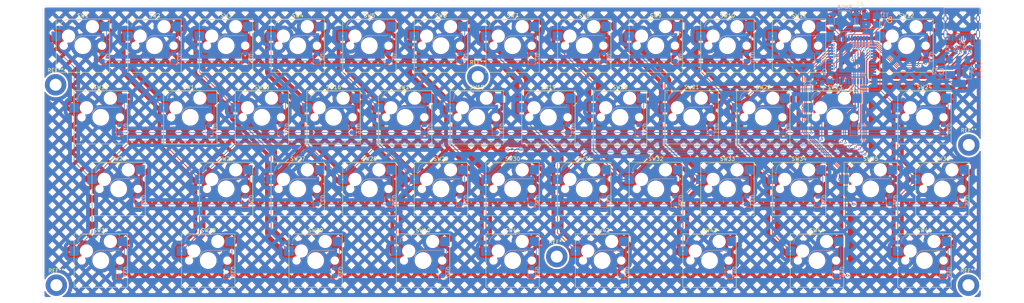
<source format=kicad_pcb>
(kicad_pcb (version 20241229) (generator "pcbnew") (generator_version "9.0")
  (layers (0 "F.Cu" signal) (2 "B.Cu" signal) (13 "F.Paste" user) (15 "B.Paste" user) (5 "F.SilkS" user "F.Silkscreen") (7 "B.SilkS" user "B.Silkscreen") (1 "F.Mask" user) (3 "B.Mask" user) (25 "Edge.Cuts" user))
  (net 0 "")
  (net 1 "Net-(D1-A)")
  (net 2 "/Row 0")
  (net 3 "Net-(D2-A)")
  (net 4 "Net-(D3-A)")
  (net 5 "Net-(D4-A)")
  (net 6 "Net-(D5-A)")
  (net 7 "Net-(D6-A)")
  (net 8 "Net-(D7-A)")
  (net 9 "Net-(D8-A)")
  (net 10 "Net-(D9-A)")
  (net 11 "Net-(D10-A)")
  (net 12 "Net-(D11-A)")
  (net 13 "Net-(D12-A)")
  (net 14 "/Row 1")
  (net 15 "Net-(D13-A)")
  (net 16 "Net-(D14-A)")
  (net 17 "Net-(D15-A)")
  (net 18 "Net-(D16-A)")
  (net 19 "Net-(D17-A)")
  (net 20 "Net-(D18-A)")
  (net 21 "Net-(D19-A)")
  (net 22 "Net-(D20-A)")
  (net 23 "Net-(D21-A)")
  (net 24 "Net-(D22-A)")
  (net 25 "Net-(D23-A)")
  (net 26 "Net-(D24-A)")
  (net 27 "Net-(D25-A)")
  (net 28 "/Row 2")
  (net 29 "Net-(D26-A)")
  (net 30 "Net-(D27-A)")
  (net 31 "Net-(D28-A)")
  (net 32 "Net-(D29-A)")
  (net 33 "Net-(D30-A)")
  (net 34 "Net-(D31-A)")
  (net 35 "Net-(D32-A)")
  (net 36 "Net-(D33-A)")
  (net 37 "Net-(D34-A)")
  (net 38 "Net-(D35-A)")
  (net 39 "Net-(D36-A)")
  (net 40 "Net-(D37-A)")
  (net 41 "/Row 3")
  (net 42 "Net-(D38-A)")
  (net 43 "Net-(D39-A)")
  (net 44 "Net-(D40-A)")
  (net 45 "Net-(D41-A)")
  (net 46 "Net-(D42-A)")
  (net 47 "Net-(D43-A)")
  (net 48 "Net-(D44-A)")
  (net 49 "Net-(D45-A)")
  (net 50 "/Col 0")
  (net 51 "/Col 1")
  (net 52 "/Col 2")
  (net 53 "/Col 3")
  (net 54 "/Col 4")
  (net 55 "/Col 5")
  (net 56 "/Col 6")
  (net 57 "/Col 7")
  (net 58 "/Col 8")
  (net 59 "/Col 9")
  (net 60 "/Col 10")
  (net 61 "/Col 11")
  (net 62 "GND")
  (net 63 "+5V")
  (net 64 "VBUS")
  (net 65 "Net-(U1-AREF)")
  (net 66 "Net-(U1-UCAP)")
  (net 67 "Net-(U1-XTAL1)")
  (net 68 "Net-(U1-XTAL2)")
  (net 70 "Net-(P1-CC)")
  (net 71 "D-")
  (net 72 "Net-(P1-D-)")
  (net 73 "Net-(P1-D+)")
  (net 74 "D+")
  (net 75 "Net-(U1-~{RESET})")
  (footprint "PCM_Switch_Keyboard_Hotswap_Kailh:SW_Hotswap_Kailh_MX_1.00u" (layer "F.Cu") (at 73.55 114.1)
    (property "Reference" "SW26")
    (property "Value" "SW_Push")
  )
  (footprint "PCM_Switch_Keyboard_Hotswap_Kailh:SW_Hotswap_Kailh_MX_1.00u" (layer "F.Cu") (at 225.95 114.1)
    (property "Reference" "SW34")
    (property "Value" "SW_Push")
  )
  (footprint "PCM_Switch_Keyboard_Hotswap_Kailh:SW_Hotswap_Kailh_MX_1.00u" (layer "F.Cu") (at 149.75 133.15)
    (property "Reference" "SW41")
    (property "Value" "SW_Push")
  )
  (footprint "PCM_Switch_Keyboard_Hotswap_Kailh:SW_Hotswap_Kailh_MX_1.00u" (layer "F.Cu") (at 245 114.1)
    (property "Reference" "SW35")
    (property "Value" "SW_Push")
  )
  (footprint "PCM_Switch_Keyboard_Hotswap_Kailh:SW_Hotswap_Kailh_MX_1.00u" (layer "F.Cu") (at 216.425 95.05)
    (property "Reference" "SW22")
    (property "Value" "SW_Push")
  )
  (footprint "PCM_Switch_Keyboard_Hotswap_Kailh:SW_Hotswap_Kailh_MX_2.00u" (layer "F.Cu") (at 254.525 76)
    (property "Reference" "SW12")
    (property "Value" "SW_Push")
  )
  (footprint "PCM_Switch_Keyboard_Hotswap_Kailh:SW_Hotswap_Kailh_MX_1.00u" (layer "F.Cu") (at 35.45 76)
    (property "Reference" "SW1")
    (property "Value" "SW_Push")
  )
  (footprint "PCM_Switch_Keyboard_Hotswap_Kailh:SW_Hotswap_Kailh_MX_1.00u" (layer "F.Cu") (at 130.7 114.1)
    (property "Reference" "SW29")
    (property "Value" "SW_Push")
  )
  (footprint "MountingHole:MountingHole_3.2mm_M3_ISO7380_Pad" (layer "F.Cu") (at 271.1 102.4)
    (property "Reference" "REF**")
    (property "Value" "MountingHole_3.2mm_M3_ISO7380_Pad" (hide yes))
  )
  (footprint "PCM_Switch_Keyboard_Hotswap_Kailh:SW_Hotswap_Kailh_MX_1.00u" (layer "F.Cu") (at 140.225 95.05)
    (property "Reference" "SW18")
    (property "Value" "SW_Push")
  )
  (footprint "MountingHole:MountingHole_3.2mm_M3_ISO7380_Pad" (layer "F.Cu") (at 161.5 132.1)
    (property "Reference" "REF**")
    (property "Value" "MountingHole_3.2mm_M3_ISO7380_Pad")
  )
  (footprint "PCM_Switch_Keyboard_Hotswap_Kailh:SW_Hotswap_Kailh_MX_1.50u" (layer "F.Cu") (at 40.2125 133.15)
    (property "Reference" "SW37")
    (property "Value" "SW_Push")
  )
  (footprint "PCM_Switch_Keyboard_Hotswap_Kailh:SW_Hotswap_Kailh_MX_1.00u" (layer "F.Cu") (at 235.475 95.05)
    (property "Reference" "SW23")
    (property "Value" "SW_Push")
  )
  (footprint "MountingHole:MountingHole_3.2mm_M3_ISO7380_Pad" (layer "F.Cu") (at 28.4 139.7)
    (property "Reference" "REF**")
    (property "Value" "MountingHole_3.2mm_M3_ISO7380_Pad")
  )
  (footprint "PCM_Switch_Keyboard_Hotswap_Kailh:SW_Hotswap_Kailh_MX_1.00u" (layer "F.Cu") (at 121.175 95.05)
    (property "Reference" "SW17")
    (property "Value" "SW_Push")
  )
  (footprint "PCM_Switch_Keyboard_Hotswap_Kailh:SW_Hotswap_Kailh_MX_1.00u" (layer "F.Cu") (at 54.5 76)
    (property "Reference" "SW2")
    (property "Value" "SW_Push")
  )
  (footprint "PCM_Switch_Keyboard_Hotswap_Kailh:SW_Hotswap_Kailh_MX_1.50u" (layer "F.Cu") (at 125.9375 133.15)
    (property "Reference" "SW40")
    (property "Value" "SW_Push")
  )
  (footprint "PCM_Switch_Keyboard_Hotswap_Kailh:SW_Hotswap_Kailh_MX_1.00u" (layer "F.Cu") (at 92.6 114.1)
    (property "Reference" "SW27")
    (property "Value" "SW_Push")
  )
  (footprint "PCM_Switch_Keyboard_Hotswap_Kailh:SW_Hotswap_Kailh_MX_1.00u" (layer "F.Cu") (at 149.75 114.1)
    (property "Reference" "SW30")
    (property "Value" "SW_Push")
  )
  (footprint "MountingHole:MountingHole_3.2mm_M3_ISO7380_Pad" (layer "F.Cu") (at 140.5 84.3)
    (property "Reference" "REF**")
    (property "Value" "MountingHole_3.2mm_M3_ISO7380_Pad" (hide yes))
  )
  (footprint "PCM_Switch_Keyboard_Hotswap_Kailh:SW_Hotswap_Kailh_MX_1.00u" (layer "F.Cu") (at 178.325 95.05)
    (property "Reference" "SW20")
    (property "Value" "SW_Push")
  )
  (footprint "PCM_Switch_Keyboard_Hotswap_Kailh:SW_Hotswap_Kailh_MX_1.50u" (layer "F.Cu") (at 259.2875 95.05)
    (property "Reference" "SW24")
    (property "Value" "SW_Push")
  )
  (footprint "Capacitor_SMD:C_0805_2012Metric_Pad1.18x1.45mm_HandSolder" (layer "F.Cu") (at 242.2 66.6)
    (property "Reference" "C5")
    (property "Value" "6p")
  )
  (footprint "PCM_Switch_Keyboard_Hotswap_Kailh:SW_Hotswap_Kailh_MX_1.00u" (layer "F.Cu") (at 168.8 114.1)
    (property "Reference" "SW31")
    (property "Value" "SW_Push")
  )
  (footprint "PCM_Switch_Keyboard_Hotswap_Kailh:SW_Hotswap_Kailh_MX_1.00u" (layer "F.Cu") (at 64.025 95.05)
    (property "Reference" "SW14")
    (property "Value" "SW_Push")
  )
  (footprint "PCM_Switch_Keyboard_Hotswap_Kailh:SW_Hotswap_Kailh_MX_1.50u" (layer "F.Cu") (at 40.2125 95.05)
    (property "Reference" "SW13")
    (property "Value" "SW_Push")
  )
  (footprint "PCM_Switch_Keyboard_Hotswap_Kailh:SW_Hotswap_Kailh_MX_1.50u" (layer "F.Cu") (at 173.5625 133.15)
    (property "Reference" "SW42")
    (property "Value" "SW_Push")
  )
  (footprint "PCM_Switch_Keyboard_Hotswap_Kailh:SW_Hotswap_Kailh_MX_1.50u" (layer "F.Cu") (at 202.1375 133.15)
    (property "Reference" "SW43")
    (property "Value" "SW_Push")
  )
  (footprint "PCM_Switch_Keyboard_Hotswap_Kailh:SW_Hotswap_Kailh_MX_1.00u" (layer "F.Cu") (at 130.7 76)
    (property "Reference" "SW6")
    (property "Value" "SW_Push")
  )
  (footprint "Capacitor_SMD:C_0805_2012Metric_Pad1.18x1.45mm_HandSolder" (layer "F.Cu") (at 248.4 69.1 -90)
    (property "Reference" "C6")
    (property "Value" "6p")
  )
  (footprint "MountingHole:MountingHole_3.2mm_M3_ISO7380_Pad" (layer "F.Cu") (at 271 139.7)
    (property "Reference" "REF**")
    (property "Value" "MountingHole_3.2mm_M3_ISO7380_Pad")
  )
  (footprint "PCM_Switch_Keyboard_Hotswap_Kailh:SW_Hotswap_Kailh_MX_1.00u" (layer "F.Cu") (at 225.95 76)
    (property "Reference" "SW11")
    (property "Value" "SW_Push")
  )
  (footprint "PCM_Switch_Keyboard_Hotswap_Kailh:SW_Hotswap_Kailh_MX_1.50u" (layer "F.Cu") (at 230.7125 133.15)
    (property "Reference" "SW44")
    (property "Value" "SW_Push")
  )
  (footprint "PCM_Switch_Keyboard_Hotswap_Kailh:SW_Hotswap_Kailh_MX_1.50u" (layer "F.Cu") (at 259.2875 133.15)
    (property "Reference" "SW45")
    (property "Value" "SW_Push")
  )
  (footprint "PCM_Switch_Keyboard_Hotswap_Kailh:SW_Hotswap_Kailh_MX_1.00u" (layer "F.Cu") (at 149.75 76)
    (property "Reference" "SW7")
    (property "Value" "SW_Push")
  )
  (footprint "PCM_Switch_Keyboard_Hotswap_Kailh:SW_Hotswap_Kailh_MX_1.50u" (layer "F.Cu") (at 97.3625 133.15)
    (property "Reference" "SW39")
    (property "Value" "SW_Push")
  )
  (footprint "PCM_Switch_Keyboard_Hotswap_Kailh:SW_Hotswap_Kailh_MX_1.00u" (layer "F.Cu") (at 264.05 114.1)
    (property "Reference" "SW36")
    (property "Value" "SW_Push")
  )
  (footprint "PCM_Switch_Keyboard_Hotswap_Kailh:SW_Hotswap_Kailh_MX_1.00u" (layer "F.Cu") (at 111.65 114.1)
    (property "Reference" "SW28")
    (property "Value" "SW_Push")
  )
  (footprint "PCM_Switch_Keyboard_Hotswap_Kailh:SW_Hotswap_Kailh_MX_1.00u" (layer "F.Cu") (at 187.85 76)
    (property "Reference" "SW9")
    (property "Value" "SW_Push")
  )
  (footprint "PCM_Switch_Keyboard_Hotswap_Kailh:SW_Hotswap_Kailh_MX_1.00u" (layer "F.Cu") (at 197.375 95.05)
    (property "Reference" "SW21")
    (property "Value" "SW_Push")
  )
  (footprint "PCM_Switch_Keyboard_Hotswap_Kailh:SW_Hotswap_Kailh_MX_1.00u" (layer "F.Cu") (at 159.275 95.05)
    (property "Reference" "SW19")
    (property "Value" "SW_Push")
  )
  (footprint "PCM_Switch_Keyboard_Hotswap_Kailh:SW_Hotswap_Kailh_MX_1.00u" (layer "F.Cu") (at 92.6 76)
    (property "Reference" "SW4")
    (property "Value" "SW_Push")
  )
  (footprint "PCM_Switch_Keyboard_Hotswap_Kailh:SW_Hotswap_Kailh_MX_1.00u" (layer "F.Cu") (at 168.8 76)
    (property "Reference" "SW8")
    (property "Value" "SW_Push")
  )
  (footprint "PCM_Switch_Keyboard_Hotswap_Kailh:SW_Hotswap_Kailh_MX_1.00u" (layer "F.Cu") (at 83.075 95.05)
    (property "Reference" "SW15")
    (property "Value" "SW_Push")
  )
  (footprint "PCM_Switch_Keyboard_Hotswap_Kailh:SW_Hotswap_Kailh_MX_1.00u" (layer "F.Cu") (at 206.9 76)
    (property "Reference" "SW10")
    (property "Value" "SW_Push")
  )
  (footprint "PCM_Switch_Keyboard_Hotswap_Kailh:SW_Hotswap_Kailh_MX_1.00u" (layer "F.Cu") (at 111.65 76)
    (property "Reference" "SW5")
    (property "Value" "SW_Push")
  )
  (footprint "PCM_Switch_Keyboard_Hotswap_Kailh:SW_Hotswap_Kailh_MX_1.00u" (layer "F.Cu") (at 206.9 114.1)
    (property "Reference" "SW33")
    (property "Value" "SW_Push")
  )
  (footprint "PCM_Switch_Keyboard_Hotswap_Kailh:SW_Hotswap_Kailh_MX_1.00u" (layer "F.Cu") (at 102.125 95.05)
    (property "Reference" "SW16")
    (property "Value" "SW_Push")
  )
  (footprint "PCM_Switch_Keyboard_Hotswap_Kailh:SW_Hotswap_Kailh_MX_1.00u" (layer "F.Cu") (at 187.85 114.1)
    (property "Reference" "SW32")
    (property "Value" "SW_Push")
  )
  (footprint "MountingHole:MountingHole_3.2mm_M3_ISO7380_Pad" (layer "F.Cu") (at 28.2 86.4)
    (property "Reference" "REF**")
    (property "Value" "MountingHole_3.2mm_M3_ISO7380_Pad")
  )
  (footprint "PCM_Switch_Keyboard_Hotswap_Kailh:SW_Hotswap_Kailh_MX_1.00u" (layer "F.Cu") (at 73.55 76)
    (property "Reference" "SW3")
    (property "Value" "SW_Push")
  )
  (footprint "PCM_Switch_Keyboard_Hotswap_Kailh:SW_Hotswap_Kailh_MX_2.00u" (layer "F.Cu") (at 44.975 114.1)
    (property "Reference" "SW25")
    (property "Value" "SW_Push")
  )
  (footprint "PCM_Switch_Keyboard_Hotswap_Kailh:SW_Hotswap_Kailh_MX_1.50u" (layer "F.Cu") (at 68.7875 133.15)
    (property "Reference" "SW38")
    (property "Value" "SW_Push")
  )
  (footprint "Diode_SMD:D_0805_2012Metric_Pad1.15x1.40mm_HandSolder" (layer "B.Cu") (at 192.93 117.13 90)
    (property "Reference" "D32")
    (property "Value" "D")
  )
  (footprint "Diode_SMD:D_0805_2012Metric_Pad1.15x1.40mm_HandSolder" (layer "B.Cu") (at 154.83 117.13 90)
    (property "Reference" "D30")
    (property "Value" "D")
  )
  (footprint "Diode_SMD:D_0805_2012Metric_Pad1.15x1.40mm_HandSolder" (layer "B.Cu") (at 135.78 117.13 90)
    (property "Reference" "D29")
    (property "Value" "D")
  )
  (footprint "Diode_SMD:D_0805_2012Metric_Pad1.15x1.40mm_HandSolder" (layer "B.Cu") (at 259.605 79.03 90)
    (property "Reference" "D12")
    (property "Value" "D")
  )
  (footprint "Diode_SMD:D_0805_2012Metric_Pad1.15x1.40mm_HandSolder" (layer "B.Cu") (at 192.93 79.03 90)
    (property "Reference" "D9")
    (property "Value" "D")
  )
  (footprint "Package_TO_SOT_SMD:SOT-223-3_TabPin2" (layer "B.Cu") (at 268.4 82.9 -90)
    (property "Reference" "U2")
    (property "Value" "NCP1117-5.0_SOT223" (hide yes))
  )
  (footprint "Diode_SMD:D_0805_2012Metric_Pad1.15x1.40mm_HandSolder" (layer "B.Cu") (at 178.6425 136.18 90)
    (property "Reference" "D42")
    (property "Value" "D")
  )
  (footprint "Diode_SMD:D_0805_2012Metric_Pad1.15x1.40mm_HandSolder" (layer "B.Cu") (at 264.3675 136.18 90)
    (property "Reference" "D45")
    (property "Value" "D")
  )
  (footprint "Diode_SMD:D_0805_2012Metric_Pad1.15x1.40mm_HandSolder" (layer "B.Cu") (at 78.63 117.13 90)
    (property "Reference" "D26")
    (property "Value" "D")
  )
  (footprint "Diode_SMD:D_0805_2012Metric_Pad1.15x1.40mm_HandSolder" (layer "B.Cu") (at 235.7925 136.18 90)
    (property "Reference" "D44")
    (property "Value" "D")
  )
  (footprint "Diode_SMD:D_0805_2012Metric_Pad1.15x1.40mm_HandSolder" (layer "B.Cu") (at 240.555 98.08 90)
    (property "Reference" "D23")
    (property "Value" "D")
  )
  (footprint "Diode_SMD:D_0805_2012Metric_Pad1.15x1.40mm_HandSolder" (layer "B.Cu") (at 202.455 98.08 90)
    (property "Reference" "D21")
    (property "Value" "D")
  )
  (footprint "Diode_SMD:D_0805_2012Metric_Pad1.15x1.40mm_HandSolder" (layer "B.Cu") (at 264.3675 98.08 90)
    (property "Reference" "D24")
    (property "Value" "D")
  )
  (footprint "Capacitor_SMD:C_0805_2012Metric_Pad1.18x1.45mm_HandSolder" (layer "B.Cu") (at 231.04 85.91)
    (property "Reference" "C3")
    (property "Value" "100n" (hide yes))
  )
  (footprint "Diode_SMD:D_0805_2012Metric_Pad1.15x1.40mm_HandSolder" (layer "B.Cu") (at 221.505 98.08 90)
    (property "Reference" "D22")
    (property "Value" "D")
  )
  (footprint "Diode_SMD:D_0805_2012Metric_Pad1.15x1.40mm_HandSolder" (layer "B.Cu") (at 207.2175 136.18 90)
    (property "Reference" "D43")
    (property "Value" "D")
  )
  (footprint "Diode_SMD:D_0805_2012Metric_Pad1.15x1.40mm_HandSolder" (layer "B.Cu") (at 88.155 98.08 90)
    (property "Reference" "D15")
    (property "Value" "D")
  )
  (footprint "Diode_SMD:D_0805_2012Metric_Pad1.15x1.40mm_HandSolder" (layer "B.Cu") (at 131.0175 136.18 90)
    (property "Reference" "D40")
    (property "Value" "D")
  )
  (footprint "Diode_SMD:D_0805_2012Metric_Pad1.15x1.40mm_HandSolder" (layer "B.Cu") (at 50.055 117.13 90)
    (property "Reference" "D25")
    (property "Value" "D")
  )
  (footprint "Capacitor_SMD:C_0805_2012Metric_Pad1.18x1.45mm_HandSolder" (layer "B.Cu") (at 273.4 82.5 -90)
    (property "Reference" "C1")
    (property "Value" "10u")
  )
  (footprint "Diode_SMD:D_0805_2012Metric_Pad1.15x1.40mm_HandSolder" (layer "B.Cu") (at 69.105 98.08 90)
    (property "Reference" "D14")
    (property "Value" "D")
  )
  (footprint "Diode_SMD:D_0805_2012Metric_Pad1.15x1.40mm_HandSolder" (layer "B.Cu") (at 59.58 79.03 90)
    (property "Reference" "D2")
    (property "Value" "D")
  )
  (footprint "Diode_SMD:D_0805_2012Metric_Pad1.15x1.40mm_HandSolder" (layer "B.Cu") (at 97.68 117.13 90)
    (property "Reference" "D27")
    (property "Value" "D")
  )
  (footprint "Button_Switch_SMD:SW_SPST_TL3342" (layer "B.Cu") (at 238.05 69.5 180)
    (property "Reference" "SW46")
    (property "Value" "SW_Push")
  )
  (footprint "Diode_SMD:D_0805_2012Metric_Pad1.15x1.40mm_HandSolder" (layer "B.Cu") (at 45.2925 136.18 90)
    (property "Reference" "D37")
    (property "Value" "D")
  )
  (footprint "Diode_SMD:D_0805_2012Metric_Pad1.15x1.40mm_HandSolder" (layer "B.Cu") (at 135.78 79.03 90)
    (property "Reference" "D6")
    (property "Value" "D")
  )
  (footprint "Resistor_SMD:R_0402_1005Metric_Pad0.72x0.64mm_HandSolder" (layer "B.Cu") (at 268.9 76.8 -90)
    (property "Reference" "R2")
    (property "Value" "22")
  )
  (footprint "Diode_SMD:D_0805_2012Metric_Pad1.15x1.40mm_HandSolder" (layer "B.Cu") (at 154.83 79.03 90)
    (property "Reference" "D7")
    (property "Value" "D")
  )
  (footprint "Crystal:Crystal_SMD_3225-4Pin_3.2x2.5mm_HandSoldering" (layer "B.Cu") (at 245.2 69.2 180)
    (property "Reference" "Y1")
    (property "Value" "Crystal_GND24")
  )
  (footprint "Capacitor_SMD:C_0805_2012Metric_Pad1.18x1.45mm_HandSolder" (layer "B.Cu") (at 231.1 83 90)
    (property "Reference" "C4")
    (property "Value" "1u")
  )
  (footprint "Diode_SMD:D_0805_2012Metric_Pad1.15x1.40mm_HandSolder" (layer "B.Cu") (at 269.13 117.13 90)
    (property "Reference" "D36")
    (property "Value" "D")
  )
  (footprint "Diode_SMD:D_0805_2012Metric_Pad1.15x1.40mm_HandSolder" (layer "B.Cu") (at 97.68 79.03 90)
    (property "Reference" "D4")
    (property "Value" "D")
  )
  (footprint "Diode_SMD:D_0805_2012Metric_Pad1.15x1.40mm_HandSolder" (layer "B.Cu") (at 231.03 117.13 90)
    (property "Reference" "D34")
    (property "Value" "D")
  )
  (footprint "Diode_SMD:D_0805_2012Metric_Pad1.15x1.40mm_HandSolder" (layer "B.Cu") (at 78.63 79.03 90)
    (property "Reference" "D3")
    (property "Value" "D")
  )
  (footprint "Diode_SMD:D_0805_2012Metric_Pad1.15x1.40mm_HandSolder" (layer "B.Cu") (at 183.405 98.08 90)
    (property "Reference" "D20")
    (property "Value" "D")
  )
  (footprint "Diode_SMD:D_0805_2012Metric_Pad1.15x1.40mm_HandSolder" (layer "B.Cu") (at 116.73 117.13 90)
    (property "Reference" "D28")
    (property "Value" "D")
  )
  (footprint "Diode_SMD:D_0805_2012Metric_Pad1.15x1.40mm_HandSolder" (layer "B.Cu") (at 173.88 117.13 90)
    (property "Reference" "D31")
    (property "Value" "D")
  )
  (footprint "Diode_SMD:D_0805_2012Metric_Pad1.15x1.40mm_HandSolder" (layer "B.Cu") (at 164.355 98.08 90)
    (property "Reference" "D19")
    (property "Value" "D")
  )
  (footprint "Capacitor_SMD:C_0805_2012Metric_Pad1.18x1.45mm_HandSolder" (layer "B.Cu") (at 263.6 82.8 -90)
    (property "Reference" "C2")
    (property "Value" "10u")
  )
  (footprint "Diode_SMD:D_0805_2012Metric_Pad1.15x1.40mm_HandSolder" (layer "B.Cu") (at 211.98 79.03 90)
    (property "Reference" "D10")
    (property "Value" "D")
  )
  (footprint "Diode_SMD:D_0805_2012Metric_Pad1.15x1.40mm_HandSolder" (layer "B.Cu") (at 40.53 79.03 90)
    (property "Reference" "D1")
    (property "Value" "D")
  )
  (footprint "Diode_SMD:D_0805_2012Metric_Pad1.15x1.40mm_HandSolder" (layer "B.Cu") (at 154.83 136.18 90)
    (property "Reference" "D41")
    (property "Value" "D")
  )
  (footprint "Diode_SMD:D_0805_2012Metric_Pad1.15x1.40mm_HandSolder" (layer "B.Cu") (at 173.88 79.03 90)
    (property "Reference" "D8")
    (property "Value" "D")
  )
  (footprint "Diode_SMD:D_0805_2012Metric_Pad1.15x1.40mm_HandSolder" (layer "B.Cu") (at 107.205 98.08 90)
    (property "Reference" "D16")
    (property "Value" "D")
  )
  (footprint "Diode_SMD:D_0805_2012Metric_Pad1.15x1.40mm_HandSolder" (layer "B.Cu") (at 250.08 117.13 90)
    (property "Reference" "D35")
    (property "Value" "D")
  )
  (footprint "Diode_SMD:D_0805_2012Metric_Pad1.15x1.40mm_HandSolder" (layer "B.Cu") (at 45.2925 98.08 90)
    (property "Reference" "D13")
    (property "Value" "D")
  )
  (footprint "Diode_SMD:D_0805_2012Metric_Pad1.15x1.40mm_HandSolder" (layer "B.Cu") (at 231.03 79.03 90)
    (property "Reference" "D11")
    (property "Value" "D")
  )
  (footprint "Diode_SMD:D_0805_2012Metric_Pad1.15x1.40mm_HandSolder" (layer "B.Cu") (at 211.98 117.13 90)
    (property "Reference" "D33")
    (property "Value" "D")
  )
  (footprint "Package_QFP:TQFP-44_10x10mm_P0.8mm" (layer "B.Cu") (at 240 79.8)
    (property "Reference" "U1")
    (property "Value" "ATmega32U4-A")
  )
  (footprint "Connector_USB:USB_C_Receptacle_HRO_TYPE-C-31-M-12" (layer "B.Cu") (at 269.2 69.8)
    (property "Reference" "P1")
    (property "Value" "USB_C_Plug_USB2.0")
  )
  (footprint "Diode_SMD:D_0805_2012Metric_Pad1.15x1.40mm_HandSolder" (layer "B.Cu") (at 145.305 98.08 90)
    (property "Reference" "D18")
    (property "Value" "D")
  )
  (footprint "Diode_SMD:D_0805_2012Metric_Pad1.15x1.40mm_HandSolder" (layer "B.Cu") (at 73.8675 136.18 90)
    (property "Reference" "D38")
    (property "Value" "D")
  )
  (footprint "Resistor_SMD:R_0402_1005Metric_Pad0.72x0.64mm_HandSolder" (layer "B.Cu") (at 271.3 76.8 -90)
    (property "Reference" "R1")
    (property "Value" "22")
  )
  (footprint "Diode_SMD:D_0805_2012Metric_Pad1.15x1.40mm_HandSolder" (layer "B.Cu") (at 116.73 79.03 90)
    (property "Reference" "D5")
    (property "Value" "D")
  )
  (footprint "Diode_SMD:D_0805_2012Metric_Pad1.15x1.40mm_HandSolder" (layer "B.Cu") (at 102.4425 136.18 90)
    (property "Reference" "D39")
    (property "Value" "D")
  )
  (footprint "Resistor_SMD:R_0402_1005Metric_Pad0.72x0.64mm_HandSolder" (layer "B.Cu") (at 266.6 76.8 -90)
    (property "Reference" "R3")
    (property "Value" "5K1")
  )
  (footprint "Diode_SMD:D_0805_2012Metric_Pad1.15x1.40mm_HandSolder" (layer "B.Cu") (at 126.255 98.08 90)
    (property "Reference" "D17")
    (property "Value" "D")
  )
  (gr_line (start 24.74 66.36) (end 24.74 142.36) (stroke (width 0.05)) (layer "Edge.Cuts"))
  (gr_arc (start 24.74 66.36) (mid 25.032893 65.652893) (end 25.74 65.36) (stroke (width 0.05)) (layer "Edge.Cuts"))
  (gr_arc (start 273.74 65.36) (mid 274.429247 65.647477) (end 274.709953 66.339509) (stroke (width 0.05)) (layer "Edge.Cuts"))
  (gr_line (start 274.71 66.34) (end 274.74 66.36) (stroke (width 0.05)) (layer "Edge.Cuts"))
  (gr_line (start 273.74 65.36) (end 25.74 65.36) (stroke (width 0.05)) (layer "Edge.Cuts"))
  (gr_line (start 25.74 143.36) (end 273.74 143.36) (stroke (width 0.05)) (layer "Edge.Cuts"))
  (gr_arc (start 274.74 142.36) (mid 274.447107 143.067107) (end 273.74 143.36) (stroke (width 0.05)) (layer "Edge.Cuts"))
  (gr_arc (start 25.74 143.36) (mid 25.032893 143.067107) (end 24.74 142.36) (stroke (width 0.05)) (layer "Edge.Cuts"))
  (gr_line (start 274.74 142.36) (end 274.74 66.36) (stroke (width 0.05)) (layer "Edge.Cuts"))
  (segment (start 41.292 70.92) (end 41.756 71.384) (width 0.2) (layer "B.Cu") (net 1))
  (segment (start 41.756 71.384) (end 41.756 76.779) (width 0.2) (layer "B.Cu") (net 1))
  (segment (start 41.756 76.779) (end 40.53 78.005) (width 0.2) (layer "B.Cu") (net 1))
  (segment (start 235.452503 78.452503) (end 236.182319 78.452503) (width 0.2) (layer "F.Cu") (net 2))
  (segment (start 259.51 80.71) (end 259.6 80.8) (width 0.2) (layer "F.Cu") (net 2))
  (segment (start 239.504822 75.13) (end 246.841174 75.13) (width 0.2) (layer "F.Cu") (net 2))
  (segment (start 257.948943 80.699) (end 257.959943 80.71) (width 0.2) (layer "F.Cu") (net 2))
  (segment (start 235.216411 78.253503) (end 235.253503 78.253503) (width 0.2) (layer "F.Cu") (net 2))
  (segment (start 246.841174 75.13) (end 252.421174 80.71) (width 0.2) (layer "F.Cu") (net 2))
  (segment (start 252.421174 80.71) (end 257.440057 80.71) (width 0.2) (layer "F.Cu") (net 2))
  (segment (start 235.253503 78.253503) (end 235.452503 78.452503) (width 0.2) (layer "F.Cu") (net 2))
  (segment (start 257.451057 80.699) (end 257.948943 80.699) (width 0.2) (layer "F.Cu") (net 2))
  (segment (start 257.959943 80.71) (end 259.51 80.71) (width 0.2) (layer "F.Cu") (net 2))
  (segment (start 257.440057 80.71) (end 257.451057 80.699) (width 0.2) (layer "F.Cu") (net 2))
  (segment (start 236.182319 78.452503) (end 239.504822 75.13) (width 0.2) (layer "F.Cu") (net 2))
  (via (at 235.216411 78.253503) (size 0.6) (drill 0.3) (layers "F.Cu" "B.Cu") (net 2))
  (via (at 259.6 80.8) (size 0.6) (drill 0.3) (layers "F.Cu" "B.Cu") (net 2))
  (segment (start 232.885 78.2) (end 234.3 78.2) (width 0.2) (layer "B.Cu") (net 2))
  (segment (start 232.885 78.2) (end 231.03 80.055) (width 0.2) (layer "B.Cu") (net 2))
  (segment (start 154.83 80.055) (end 173.88 80.055) (width 0.2) (layer "B.Cu") (net 2))
  (segment (start 40.53 80.055) (end 59.58 80.055) (width 0.2) (layer "B.Cu") (net 2))
  (segment (start 78.63 80.055) (end 97.68 80.055) (width 0.2) (layer "B.Cu") (net 2))
  (segment (start 59.58 80.055) (end 78.63 80.055) (width 0.2) (layer "B.Cu") (net 2))
  (segment (start 116.73 80.055) (end 154.83 80.055) (width 0.2) (layer "B.Cu") (net 2))
  (segment (start 173.88 80.055) (end 192.93 80.055) (width 0.2) (layer "B.Cu") (net 2))
  (segment (start 235.216411 78.253503) (end 235.162908 78.2) (width 0.2) (layer "B.Cu") (net 2))
  (segment (start 211.98 80.055) (end 231.03 80.055) (width 0.2) (layer "B.Cu") (net 2))
  (segment (start 192.93 80.055) (end 211.98 80.055) (width 0.2) (layer "B.Cu") (net 2))
  (segment (start 97.68 80.055) (end 116.73 80.055) (width 0.2) (layer "B.Cu") (net 2))
  (segment (start 60.342 70.92) (end 60.806 71.384) (width 0.2) (layer "B.Cu") (net 3))
  (segment (start 60.806 71.384) (end 60.806 76.779) (width 0.2) (layer "B.Cu") (net 3))
  (segment (start 60.806 76.779) (end 59.58 78.005) (width 0.2) (layer "B.Cu") (net 3))
  (segment (start 79.392 70.92) (end 79.856 71.384) (width 0.2) (layer "B.Cu") (net 4))
  (segment (start 79.856 76.779) (end 78.63 78.005) (width 0.2) (layer "B.Cu") (net 4))
  (segment (start 79.856 71.384) (end 79.856 76.779) (width 0.2) (layer "B.Cu") (net 4))
  (segment (start 98.906 71.384) (end 98.906 76.779) (width 0.2) (layer "B.Cu") (net 5))
  (segment (start 98.906 76.779) (end 97.68 78.005) (width 0.2) (layer "B.Cu") (net 5))
  (segment (start 98.442 70.92) (end 98.906 71.384) (width 0.2) (layer "B.Cu") (net 5))
  (segment (start 117.956 71.384) (end 117.956 76.779) (width 0.2) (layer "B.Cu") (net 6))
  (segment (start 117.492 70.92) (end 117.956 71.384) (width 0.2) (layer "B.Cu") (net 6))
  (segment (start 117.956 76.779) (end 116.73 78.005) (width 0.2) (layer "B.Cu") (net 6))
  (segment (start 137.006 76.779) (end 135.78 78.005) (width 0.2) (layer "B.Cu") (net 7))
  (segment (start 136.542 70.92) (end 137.006 71.384) (width 0.2) (layer "B.Cu") (net 7))
  (segment (start 137.006 71.384) (end 137.006 76.779) (width 0.2) (layer "B.Cu") (net 7))
  (segment (start 155.592 70.92) (end 156.056 71.384) (width 0.2) (layer "B.Cu") (net 8))
  (segment (start 156.056 76.779) (end 154.83 78.005) (width 0.2) (layer "B.Cu") (net 8))
  (segment (start 156.056 71.384) (end 156.056 76.779) (width 0.2) (layer "B.Cu") (net 8))
  (segment (start 174.642 70.92) (end 175.106 71.384) (width 0.2) (layer "B.Cu") (net 9))
  (segment (start 175.106 71.384) (end 175.106 76.779) (width 0.2) (layer "B.Cu") (net 9))
  (segment (start 175.106 76.779) (end 173.88 78.005) (width 0.2) (layer "B.Cu") (net 9))
  (segment (start 194.156 71.384) (end 194.156 76.779) (width 0.2) (layer "B.Cu") (net 10))
  (segment (start 193.692 70.92) (end 194.156 71.384) (width 0.2) (layer "B.Cu") (net 10))
  (segment (start 194.156 76.779) (end 192.93 78.005) (width 0.2) (layer "B.Cu") (net 10))
  (segment (start 213.206 76.779) (end 211.98 78.005) (width 0.2) (layer "B.Cu") (net 11))
  (segment (start 212.742 70.92) (end 213.206 71.384) (width 0.2) (layer "B.Cu") (net 11))
  (segment (start 213.206 71.384) (end 213.206 76.779) (width 0.2) (layer "B.Cu") (net 11))
  (segment (start 229.804 76.779) (end 231.03 78.005) (width 0.2) (layer "B.Cu") (net 12))
  (segment (start 229.804 72.908) (end 229.804 76.779) (width 0.2) (layer "B.Cu") (net 12))
  (segment (start 231.792 70.92) (end 229.804 72.908) (width 0.2) (layer "B.Cu") (net 12))
  (segment (start 260.831 71.384) (end 260.831 76.779) (width 0.2) (layer "B.Cu") (net 13))
  (segment (start 260.831 76.779) (end 259.605 78.005) (width 0.2) (layer "B.Cu") (net 13))
  (segment (start 260.367 70.92) (end 260.831 71.384) (width 0.2) (layer "B.Cu") (net 13))
  (segment (start 229.26 99.26) (end 229.169 99.169) (width 0.2) (layer "F.Cu") (net 14))
  (segment (start 229.169 99.169) (end 229.169 83.341) (width 0.2) (layer "F.Cu") (net 14))
  (segment (start 229.169 83.341) (end 235.14 77.37) (width 0.2) (layer "F.Cu") (net 14))
  (via (at 235.14 77.37) (size 0.6) (drill 0.3) (layers "F.Cu" "B.Cu") (net 14))
  (via (at 229.26 99.26) (size 0.6) (drill 0.3) (layers "F.Cu" "B.Cu") (net 14))
  (segment (start 229.105 99.105) (end 229.26 99.26) (width 0.2) (layer "B.Cu") (net 14))
  (segment (start 183.405 99.105) (end 202.455 99.105) (width 0.2) (layer "B.Cu") (net 14))
  (segment (start 88.155 99.105) (end 229.105 99.105) (width 0.2) (layer "B.Cu") (net 14))
  (segment (start 69.105 99.105) (end 88.155 99.105) (width 0.2) (layer "B.Cu") (net 14))
  (segment (start 229.26 99.26) (end 229.415 99.105) (width 0.2) (layer "B.Cu") (net 14))
  (segment (start 229.415 99.105) (end 264.3675 99.105) (width 0.2) (layer "B.Cu") (net 14))
  (segment (start 45.2925 99.105) (end 69.105 99.105) (width 0.2) (layer "B.Cu") (net 14))
  (segment (start 46.5185 90.434) (end 46.5185 95.829) (width 0.2) (layer "B.Cu") (net 15))
  (segment (start 46.0545 89.97) (end 46.5185 90.434) (width 0.2) (layer "B.Cu") (net 15))
  (segment (start 46.0545 89.97) (end 45.2925 90.732) (width 0.2) (layer "B.Cu") (net 15))
  (segment (start 46.5185 95.829) (end 45.2925 97.055) (width 0.2) (layer "B.Cu") (net 15))
  (segment (start 69.867 89.97) (end 69.105 90.732) (width 0.2) (layer "B.Cu") (net 16))
  (segment (start 70.331 95.829) (end 69.105 97.055) (width 0.2) (layer "B.Cu") (net 16))
  (segment (start 69.867 89.97) (end 70.331 90.434) (width 0.2) (layer "B.Cu") (net 16))
  (segment (start 70.331 90.434) (end 70.331 95.829) (width 0.2) (layer "B.Cu") (net 16))
  (segment (start 88.917 89.97) (end 88.155 90.732) (width 0.2) (layer "B.Cu") (net 17))
  (segment (start 89.381 90.434) (end 89.381 95.829) (width 0.2) (layer "B.Cu") (net 17))
  (segment (start 89.381 95.829) (end 88.155 97.055) (width 0.2) (layer "B.Cu") (net 17))
  (segment (start 88.917 89.97) (end 89.381 90.434) (width 0.2) (layer "B.Cu") (net 17))
  (segment (start 108.431 90.434) (end 108.431 95.829) (width 0.2) (layer "B.Cu") (net 18))
  (segment (start 107.967 89.97) (end 107.205 90.732) (width 0.2) (layer "B.Cu") (net 18))
  (segment (start 107.967 89.97) (end 108.431 90.434) (width 0.2) (layer "B.Cu") (net 18))
  (segment (start 108.431 95.829) (end 107.205 97.055) (width 0.2) (layer "B.Cu") (net 18))
  (segment (start 127.017 89.97) (end 126.255 90.732) (width 0.2) (layer "B.Cu") (net 19))
  (segment (start 127.017 89.97) (end 127.481 90.434) (width 0.2) (layer "B.Cu") (net 19))
  (segment (start 127.481 95.829) (end 126.255 97.055) (width 0.2) (layer "B.Cu") (net 19))
  (segment (start 127.481 90.434) (end 127.481 95.829) (width 0.2) (layer "B.Cu") (net 19))
  (segment (start 146.067 89.97) (end 146.531 90.434) (width 0.2) (layer "B.Cu") (net 20))
  (segment (start 146.067 89.97) (end 145.305 90.732) (width 0.2) (layer "B.Cu") (net 20))
  (segment (start 146.531 95.829) (end 145.305 97.055) (width 0.2) (layer "B.Cu") (net 20))
  (segment (start 146.531 90.434) (end 146.531 95.829) (width 0.2) (layer "B.Cu") (net 20))
  (segment (start 165.117 89.97) (end 164.355 90.732) (width 0.2) (layer "B.Cu") (net 21))
  (segment (start 165.581 90.434) (end 165.581 95.829) (width 0.2) (layer "B.Cu") (net 21))
  (segment (start 165.581 95.829) (end 164.355 97.055) (width 0.2) (layer "B.Cu") (net 21))
  (segment (start 165.117 89.97) (end 165.581 90.434) (width 0.2) (layer "B.Cu") (net 21))
  (segment (start 184.167 89.97) (end 184.631 90.434) (width 0.2) (layer "B.Cu") (net 22))
  (segment (start 184.631 90.434) (end 184.631 95.829) (width 0.2) (layer "B.Cu") (net 22))
  (segment (start 184.167 89.97) (end 183.405 90.732) (width 0.2) (layer "B.Cu") (net 22))
  (segment (start 184.631 95.829) (end 183.405 97.055) (width 0.2) (layer "B.Cu") (net 22))
  (segment (start 203.217 89.97) (end 202.455 90.732) (width 0.2) (layer "B.Cu") (net 23))
  (segment (start 203.681 95.829) (end 202.455 97.055) (width 0.2) (layer "B.Cu") (net 23))
  (segment (start 203.681 90.434) (end 203.681 95.829) (width 0.2) (layer "B.Cu") (net 23))
  (segment (start 203.217 89.97) (end 203.681 90.434) (width 0.2) (layer "B.Cu") (net 23))
  (segment (start 222.731 95.829) (end 221.505 97.055) (width 0.2) (layer "B.Cu") (net 24))
  (segment (start 222.267 89.97) (end 222.731 90.434) (width 0.2) (layer "B.Cu") (net 24))
  (segment (start 222.731 90.434) (end 222.731 95.829) (width 0.2) (layer "B.Cu") (net 24))
  (segment (start 222.267 89.97) (end 221.505 90.732) (width 0.2) (layer "B.Cu") (net 24))
  (segment (start 241.781 95.829) (end 240.555 97.055) (width 0.2) (layer "B.Cu") (net 25))
  (segment (start 241.781 90.434) (end 241.781 95.829) (width 0.2) (layer "B.Cu") (net 25))
  (segment (start 241.317 89.97) (end 241.781 90.434) (width 0.2) (layer "B.Cu") (net 25))
  (segment (start 241.317 89.97) (end 240.555 90.732) (width 0.2) (layer "B.Cu") (net 25))
  (segment (start 265.1295 89.97) (end 265.5935 90.434) (width 0.2) (layer "B.Cu") (net 26))
  (segment (start 265.1295 89.97) (end 264.3675 90.732) (width 0.2) (layer "B.Cu") (net 26))
  (segment (start 265.5935 95.829) (end 264.3675 97.055) (width 0.2) (layer "B.Cu") (net 26))
  (segment (start 265.5935 90.434) (end 265.5935 95.829) (width 0.2) (layer "B.Cu") (net 26))
  (segment (start 50.817 109.02) (end 50.055 109.782) (width 0.2) (layer "B.Cu") (net 27))
  (segment (start 50.817 109.02) (end 51.281 109.484) (width 0.2) (layer "B.Cu") (net 27))
  (segment (start 51.281 114.879) (end 50.055 116.105) (width 0.2) (layer "B.Cu") (net 27))
  (segment (start 51.281 109.484) (end 51.281 114.879) (width 0.2) (layer "B.Cu") (net 27))
  (segment (start 238.694 109.992) (end 238.694 109.684) (width 0.2) (layer "F.Cu") (net 28))
  (segment (start 240.52 118.155) (end 238.694 116.329) (width 0.2) (layer "F.Cu") (net 28))
  (segment (start 238.694 109.684) (end 238.694 109.6598) (width 0.2) (layer "F.Cu") (net 28))
  (segment (start 238.4591 109.4249) (end 227.9 98.8658) (width 0.2) (layer "F.Cu") (net 28))
  (segment (start 227.9 98.8658) (end 227.9 83.760057) (width 0.2) (layer "F.Cu") (net 28))
  (segment (start 238.694 116.329) (end 238.694 109.992) (width 0.2) (layer "F.Cu") (net 28))
  (segment (start 227.9 83.760057) (end 235.040057 76.62) (width 0.2) (layer "F.Cu") (net 28))
  (segment (start 238.694 109.6598) (end 238.4591 109.4249) (width 0.2) (layer "F.Cu") (net 28))
  (segment (start 235.040057 76.62) (end 235.13 76.62) (width 0.2) (layer "F.Cu") (net 28))
  (via (at 235.129334 76.570068) (size 0.6) (drill 0.3) (layers "F.Cu" "B.Cu") (net 28))
  (via (at 240.52 118.155) (size 0.6) (drill 0.3) (layers "F.Cu" "B.Cu") (net 28))
  (segment (start 192.93 118.155) (end 211.98 118.155) (width 0.2) (layer "B.Cu") (net 28))
  (segment (start 116.73 118.155) (end 135.78 118.155) (width 0.2) (layer "B.Cu") (net 28))
  (segment (start 97.68 118.155) (end 116.73 118.155) (width 0.2) (layer "B.Cu") (net 28))
  (segment (start 231.03 118.155) (end 240.52 118.155) (width 0.2) (layer "B.Cu") (net 28))
  (segment (start 250.08 118.155) (end 269.13 118.155) (width 0.2) (layer "B.Cu") (net 28))
  (segment (start 154.83 118.155) (end 173.88 118.155) (width 0.2) (layer "B.Cu") (net 28))
  (segment (start 50.055 118.155) (end 78.63 118.155) (width 0.2) (layer "B.Cu") (net 28))
  (segment (start 173.88 118.155) (end 192.93 118.155) (width 0.2) (layer "B.Cu") (net 28))
  (segment (start 240.52 118.155) (end 250.08 118.155) (width 0.2) (layer "B.Cu") (net 28))
  (segment (start 135.78 118.155) (end 154.83 118.155) (width 0.2) (layer "B.Cu") (net 28))
  (segment (start 211.98 118.155) (end 231.03 118.155) (width 0.2) (layer "B.Cu") (net 28))
  (segment (start 78.63 118.155) (end 97.68 118.155) (width 0.2) (layer "B.Cu") (net 28))
  (segment (start 79.392 109.02) (end 79.856 109.484) (width 0.2) (layer "B.Cu") (net 29))
  (segment (start 79.856 109.484) (end 79.856 114.879) (width 0.2) (layer "B.Cu") (net 29))
  (segment (start 79.392 109.02) (end 78.63 109.782) (width 0.2) (layer "B.Cu") (net 29))
  (segment (start 79.856 114.879) (end 78.63 116.105) (width 0.2) (layer "B.Cu") (net 29))
  (segment (start 98.906 109.484) (end 98.906 114.879) (width 0.2) (layer "B.Cu") (net 30))
  (segment (start 98.442 109.02) (end 97.68 109.782) (width 0.2) (layer "B.Cu") (net 30))
  (segment (start 98.442 109.02) (end 98.906 109.484) (width 0.2) (layer "B.Cu") (net 30))
  (segment (start 98.906 114.879) (end 97.68 116.105) (width 0.2) (layer "B.Cu") (net 30))
  (segment (start 117.492 109.02) (end 117.956 109.484) (width 0.2) (layer "B.Cu") (net 31))
  (segment (start 117.492 109.02) (end 116.73 109.782) (width 0.2) (layer "B.Cu") (net 31))
  (segment (start 117.956 114.879) (end 116.73 116.105) (width 0.2) (layer "B.Cu") (net 31))
  (segment (start 117.956 109.484) (end 117.956 114.879) (width 0.2) (layer "B.Cu") (net 31))
  (segment (start 136.542 109.02) (end 137.006 109.484) (width 0.2) (layer "B.Cu") (net 32))
  (segment (start 136.542 109.02) (end 135.78 109.782) (width 0.2) (layer "B.Cu") (net 32))
  (segment (start 137.006 114.879) (end 135.78 116.105) (width 0.2) (layer "B.Cu") (net 32))
  (segment (start 137.006 109.484) (end 137.006 114.879) (width 0.2) (layer "B.Cu") (net 32))
  (segment (start 155.592 109.02) (end 156.056 109.484) (width 0.2) (layer "B.Cu") (net 33))
  (segment (start 156.056 109.484) (end 156.056 114.879) (width 0.2) (layer "B.Cu") (net 33))
  (segment (start 155.592 109.02) (end 154.83 109.782) (width 0.2) (layer "B.Cu") (net 33))
  (segment (start 156.056 114.879) (end 154.83 116.105) (width 0.2) (layer "B.Cu") (net 33))
  (segment (start 175.106 114.879) (end 173.88 116.105) (width 0.2) (layer "B.Cu") (net 34))
  (segment (start 175.106 109.484) (end 175.106 114.879) (width 0.2) (layer "B.Cu") (net 34))
  (segment (start 174.642 109.02) (end 175.106 109.484) (width 0.2) (layer "B.Cu") (net 34))
  (segment (start 174.642 109.02) (end 173.88 109.782) (width 0.2) (layer "B.Cu") (net 34))
  (segment (start 193.692 109.02) (end 194.156 109.484) (width 0.2) (layer "B.Cu") (net 35))
  (segment (start 194.156 109.484) (end 194.156 114.879) (width 0.2) (layer "B.Cu") (net 35))
  (segment (start 194.156 114.879) (end 192.93 116.105) (width 0.2) (layer "B.Cu") (net 35))
  (segment (start 212.742 109.02) (end 213.206 109.484) (width 0.2) (layer "B.Cu") (net 36))
  (segment (start 213.206 114.879) (end 211.98 116.105) (width 0.2) (layer "B.Cu") (net 36))
  (segment (start 213.206 109.484) (end 213.206 114.879) (width 0.2) (layer "B.Cu") (net 36))
  (segment (start 231.792 109.02) (end 231.03 109.782) (width 0.2) (layer "B.Cu") (net 37))
  (segment (start 232.256 114.879) (end 231.03 116.105) (width 0.2) (layer "B.Cu") (net 37))
  (segment (start 232.256 109.484) (end 232.256 114.879) (width 0.2) (layer "B.Cu") (net 37))
  (segment (start 231.792 109.02) (end 232.256 109.484) (width 0.2) (layer "B.Cu") (net 37))
  (segment (start 251.306 114.879) (end 250.08 116.105) (width 0.2) (layer "B.Cu") (net 38))
  (segment (start 251.306 109.484) (end 251.306 114.879) (width 0.2) (layer "B.Cu") (net 38))
  (segment (start 250.842 109.02) (end 251.306 109.484) (width 0.2) (layer "B.Cu") (net 38))
  (segment (start 250.842 109.02) (end 250.08 109.782) (width 0.2) (layer "B.Cu") (net 38))
  (segment (start 269.892 109.02) (end 270.356 109.484) (width 0.2) (layer "B.Cu") (net 39))
  (segment (start 270.356 109.484) (end 270.356 114.879) (width 0.2) (layer "B.Cu") (net 39))
  (segment (start 270.356 114.879) (end 269.13 116.105) (width 0.2) (layer "B.Cu") (net 39))
  (segment (start 269.892 109.02) (end 269.13 109.782) (width 0.2) (layer "B.Cu") (net 39))
  (segment (start 46.5185 128.534) (end 46.5185 133.929) (width 0.2) (layer "B.Cu") (net 40))
  (segment (start 46.5185 133.929) (end 45.2925 135.155) (width 0.2) (layer "B.Cu") (net 40))
  (segment (start 46.0545 128.07) (end 46.5185 128.534) (width 0.2) (layer "B.Cu") (net 40))
  (segment (start 227.481 99.0139) (end 227.481 83.368459) (width 0.2) (layer "F.Cu") (net 41))
  (segment (start 238.293 109.8259) (end 227.481 99.0139) (width 0.2) (layer "F.Cu") (net 41))
  (segment (start 238.293 136.623) (end 238.293 109.8259) (width 0.2) (layer "F.Cu") (net 41))
  (segment (start 235.119459 75.73) (end 235.2 75.73) (width 0.2) (layer "F.Cu") (net 41))
  (segment (start 238.84 137.17) (end 238.293 136.623) (width 0.2) (layer "F.Cu") (net 41))
  (segment (start 227.481 83.368459) (end 235.119459 75.73) (width 0.2) (layer "F.Cu") (net 41))
  (via (at 235.2 75.73) (size 0.6) (drill 0.3) (layers "F.Cu" "B.Cu") (net 41))
  (via (at 238.84 137.17) (size 0.6) (drill 0.3) (layers "F.Cu" "B.Cu") (net 41))
  (segment (start 45.2925 137.205) (end 73.8675 137.205) (width 0.2) (layer "B.Cu") (net 41))
  (segment (start 178.6425 137.205) (end 207.2175 137.205) (width 0.2) (layer "B.Cu") (net 41))
  (segment (start 73.8675 137.205) (end 102.4425 137.205) (width 0.2) (layer "B.Cu") (net 41))
  (segment (start 154.83 137.205) (end 178.6425 137.205) (width 0.2) (layer "B.Cu") (net 41))
  (segment (start 102.4425 137.205) (end 131.0175 137.205) (width 0.2) (layer "B.Cu") (net 41))
  (segment (start 207.2175 137.205) (end 235.7925 137.205) (width 0.2) (layer "B.Cu") (net 41))
  (segment (start 235.7925 137.205) (end 264.3675 137.205) (width 0.2) (layer "B.Cu") (net 41))
  (segment (start 131.0175 137.205) (end 154.83 137.205) (width 0.2) (layer "B.Cu") (net 41))
  (segment (start 74.6295 128.07) (end 75.0935 128.534) (width 0.2) (layer "B.Cu") (net 42))
  (segment (start 75.0935 128.534) (end 75.0935 133.929) (width 0.2) (layer "B.Cu") (net 42))
  (segment (start 75.0935 133.929) (end 73.8675 135.155) (width 0.2) (layer "B.Cu") (net 42))
  (segment (start 103.6685 128.534) (end 103.6685 133.929) (width 0.2) (layer "B.Cu") (net 43))
  (segment (start 103.2045 128.07) (end 103.6685 128.534) (width 0.2) (layer "B.Cu") (net 43))
  (segment (start 103.2045 128.07) (end 102.4425 128.832) (width 0.2) (layer "B.Cu") (net 43))
  (segment (start 103.6685 133.929) (end 102.4425 135.155) (width 0.2) (layer "B.Cu") (net 43))
  (segment (start 132.2435 128.534) (end 132.2435 133.929) (width 0.2) (layer "B.Cu") (net 44))
  (segment (start 132.2435 133.929) (end 131.0175 135.155) (width 0.2) (layer "B.Cu") (net 44))
  (segment (start 131.7795 128.07) (end 132.2435 128.534) (width 0.2) (layer "B.Cu") (net 44))
  (segment (start 156.056 133.929) (end 154.83 135.155) (width 0.2) (layer "B.Cu") (net 45))
  (segment (start 156.056 128.534) (end 156.056 133.929) (width 0.2) (layer "B.Cu") (net 45))
  (segment (start 155.592 128.07) (end 154.83 128.832) (width 0.2) (layer "B.Cu") (net 45))
  (segment (start 155.592 128.07) (end 156.056 128.534) (width 0.2) (layer "B.Cu") (net 45))
  (segment (start 179.4045 128.07) (end 179.8685 128.534) (width 0.2) (layer "B.Cu") (net 46))
  (segment (start 179.8685 128.534) (end 179.8685 133.929) (width 0.2) (layer "B.Cu") (net 46))
  (segment (start 179.8685 133.929) (end 178.6425 135.155) (width 0.2) (layer "B.Cu") (net 46))
  (segment (start 208.4435 128.534) (end 208.4435 133.929) (width 0.2) (layer "B.Cu") (net 47))
  (segment (start 208.4435 133.929) (end 207.2175 135.155) (width 0.2) (layer "B.Cu") (net 47))
  (segment (start 207.9795 128.07) (end 208.4435 128.534) (width 0.2) (layer "B.Cu") (net 47))
  (segment (start 236.5545 128.07) (end 237.0185 128.534) (width 0.2) (layer "B.Cu") (net 48))
  (segment (start 237.0185 128.534) (end 237.0185 133.929) (width 0.2) (layer "B.Cu") (net 48))
  (segment (start 237.0185 133.929) (end 235.7925 135.155) (width 0.2) (layer "B.Cu") (net 48))
  (segment (start 236.5545 128.07) (end 235.7925 128.832) (width 0.2) (layer "B.Cu") (net 48))
  (segment (start 265.1295 128.07) (end 265.5935 128.534) (width 0.2) (layer "B.Cu") (net 49))
  (segment (start 265.5935 133.929) (end 264.3675 135.155) (width 0.2) (layer "B.Cu") (net 49))
  (segment (start 265.5935 128.534) (end 265.5935 133.929) (width 0.2) (layer "B.Cu") (net 49))
  (segment (start 236.139 90.747065) (end 236.139 89.192935) (width 0.2) (layer "F.Cu") (net 50))
  (segment (start 236.29606 90.904124) (end 236.139 90.747065) (width 0.2) (layer "F.Cu") (net 50))
  (segment (start 237.237935 88.094) (end 238.792065 88.094) (width 0.2) (layer "F.Cu") (net 50))
  (segment (start 240.469 86.731184) (end 240.469 79.969) (width 0.2) (layer "F.Cu") (net 50))
  (segment (start 232 100.92) (end 232 95.200184) (width 0.2) (layer "F.Cu") (net 50))
  (segment (start 238.792065 88.094) (end 238.949125 88.251059) (width 0.2) (layer "F.Cu") (net 50))
  (segment (start 232 95.200184) (end 236.29606 90.904124) (width 0.2) (layer "F.Cu") (net 50))
  (segment (start 238.949125 88.251059) (end 240.469 86.731184) (width 0.2) (layer "F.Cu") (net 50))
  (segment (start 236.139 89.192935) (end 237.237935 88.094) (width 0.2) (layer "F.Cu") (net 50))
  (segment (start 240.469 79.969) (end 240.18 79.68) (width 0.2) (layer "F.Cu") (net 50))
  (via (at 240.18 79.68) (size 0.6) (drill 0.3) (layers "F.Cu" "B.Cu") (net 50))
  (via (at 232 100.92) (size 0.6) (drill 0.3) (layers "F.Cu" "B.Cu") (net 50))
  (segment (start 37.89 111.56) (end 37.89 125.8475) (width 0.2) (layer "B.Cu") (net 50))
  (segment (start 240.18 79.68) (end 240.18 77.02) (width 0.2) (layer "B.Cu") (net 50))
  (segment (start 48.091 101.359) (end 97.3 101.359) (width 0.2) (layer "B.Cu") (net 50))
  (segment (start 28.365 73.46) (end 28.365 76.965) (width 0.2) (layer "B.Cu") (net 50))
  (segment (start 37.89 111.56) (end 48.091 101.359) (width 0.2) (layer "B.Cu") (net 50))
  (segment (start 33.1275 106.7975) (end 37.89 111.56) (width 0.2) (layer "B.Cu") (net 50))
  (segment (start 37.89 125.8475) (end 33.1275 130.61) (width 0.2) (layer "B.Cu") (net 50))
  (segment (start 231.561 101.359) (end 232 100.92) (width 0.2) (layer "B.Cu") (net 50))
  (segment (start 240.18 77.02) (end 240.8 76.4) (width 0.2) (layer "B.Cu") (net 50))
  (segment (start 240.8 76.4) (end 240.8 74.1) (width 0.2) (layer "B.Cu") (net 50))
  (segment (start 97.3 101.359) (end 231.561 101.359) (width 0.2) (layer "B.Cu") (net 50))
  (segment (start 33.1275 92.51) (end 33.1275 106.7975) (width 0.2) (layer "B.Cu") (net 50))
  (segment (start 28.365 76.965) (end 33.1275 81.7275) (width 0.2) (layer "B.Cu") (net 50))
  (segment (start 33.1275 81.7275) (end 33.1275 92.51) (width 0.2) (layer "B.Cu") (net 50))
  (segment (start 237.26 101.51) (end 237.826 100.944) (width 0.2) (layer "F.Cu") (net 51))
  (segment (start 237.826 95.478074) (end 240.077037 93.227037) (width 0.2) (layer "F.Cu") (net 51))
  (segment (start 56.94 92.51) (end 56.94 102.035) (width 0.2) (layer "F.Cu") (net 51))
  (segment (start 47.415 73.46) (end 47.415 82.985) (width 0.2) (layer "F.Cu") (net 51))
  (segment (start 66.465 111.56) (end 66.465 125.8475) (width 0.2) (layer "F.Cu") (net 51))
  (segment (start 240.077037 93.227037) (end 240.87 92.434074) (width 0.2) (layer "F.Cu") (net 51))
  (segment (start 66.465 125.8475) (end 61.7025 130.61) (width 0.2) (layer "F.Cu") (net 51))
  (segment (start 47.415 82.985) (end 56.94 92.51) (width 0.2) (layer "F.Cu") (net 51))
  (segment (start 237.826 100.944) (end 237.826 95.478074) (width 0.2) (layer "F.Cu") (net 51))
  (segment (start 240.87 92.434074) (end 240.87 78.9) (width 0.2) (layer "F.Cu") (net 51))
  (segment (start 56.94 102.035) (end 66.465 111.56) (width 0.2) (layer "F.Cu") (net 51))
  (via (at 66.465 111.56) (size 0.6) (drill 0.3) (layers "F.Cu" "B.Cu") (net 51))
  (via (at 61.7025 130.61) (size 0.6) (drill 0.3) (layers "F.Cu" "B.Cu") (net 51))
  (via (at 240.87 78.9) (size 0.6) (drill 0.3) (layers "F.Cu" "B.Cu") (net 51))
  (via (at 237.26 101.51) (size 0.6) (drill 0.3) (layers "F.Cu" "B.Cu") (net 51))
  (via (at 56.94 92.51) (size 0.6) (drill 0.3) (layers "F.Cu" "B.Cu") (net 51))
  (via (at 47.415 73.46) (size 0.6) (drill 0.3) (layers "F.Cu" "B.Cu") (net 51))
  (segment (start 66.465 111.56) (end 76.265 101.76) (width 0.2) (layer "B.Cu") (net 51))
  (segment (start 110.03 101.76) (end 237.01 101.76) (width 0.2) (layer "B.Cu") (net 51))
  (segment (start 76.265 101.76) (end 110.03 101.76) (width 0.2) (layer "B.Cu") (net 51))
  (segment (start 237.01 101.76) (end 237.26 101.51) (width 0.2) (layer "B.Cu") (net 51))
  (segment (start 241.6 74.1) (end 241.6 76.2629) (width 0.2) (layer "B.Cu") (net 51))
  (segment (start 240.87 76.9929) (end 240.87 78.9) (width 0.2) (layer "B.Cu") (net 51))
  (segment (start 241.6 76.2629) (end 240.87 76.9929) (width 0.2) (layer "B.Cu") (net 51))
  (segment (start 85.515 111.56) (end 85.515 125.8475) (width 0.2) (layer "F.Cu") (net 52))
  (segment (start 241.6 92.271174) (end 238.32 95.551174) (width 0.2) (layer "F.Cu") (net 52))
  (segment (start 85.515 104.315) (end 85.515 111.56) (width 0.2) (layer "F.Cu") (net 52))
  (segment (start 75.99 94.79) (end 85.515 104.315) (width 0.2) (layer "F.Cu") (net 52))
  (segment (start 241.61 78.2) (end 241.6 78.21) (width 0.2) (layer "F.Cu") (net 52))
  (segment (start 66.465 82.985) (end 75.99 92.51) (width 0.2) (layer "F.Cu") (net 52))
  (segment (start 75.99 92.51) (end 75.99 94.79) (width 0.2) (layer "F.Cu") (net 52))
  (segment (start 85.515 125.8475) (end 90.2775 130.61) (width 0.2) (layer "F.Cu") (net 52))
  (segment (start 238.32 95.551174) (end 238.32 101.84) (width 0.2) (layer "F.Cu") (net 52))
  (segment (start 66.465 73.46) (end 66.465 82.985) (width 0.2) (layer "F.Cu") (net 52))
  (segment (start 241.6 78.21) (end 241.6 92.271174) (width 0.2) (layer "F.Cu") (net 52))
  (via (at 241.61 78.2) (size 0.6) (drill 0.3) (layers "F.Cu" "B.Cu") (net 52))
  (via (at 75.99 92.51) (size 0.6) (drill 0.3) (layers "F.Cu" "B.Cu") (net 52))
  (via (at 238.32 101.84) (size 0.6) (drill 0.3) (layers "F.Cu" "B.Cu") (net 52))
  (via (at 90.2775 130.61) (size 0.6) (drill 0.3) (layers "F.Cu" "B.Cu") (net 52))
  (via (at 85.515 111.56) (size 0.6) (drill 0.3) (layers "F.Cu" "B.Cu") (net 52))
  (via (at 66.465 73.46) (size 0.6) (drill 0.3) (layers "F.Cu" "B.Cu") (net 52))
  (segment (start 241.61 76.82) (end 242.4 76.03) (width 0.2) (layer "B.Cu") (net 52))
  (segment (start 237.98 102.19) (end 238.32 101.85) (width 0.2) (layer "B.Cu") (net 52))
  (segment (start 241.61 78.2) (end 241.61 76.82) (width 0.2) (layer "B.Cu") (net 52))
  (segment (start 242.4 76.03) (end 242.4 74.1) (width 0.2) (layer "B.Cu") (net 52))
  (segment (start 94.885 102.19) (end 237.98 102.19) (width 0.2) (layer "B.Cu") (net 52))
  (segment (start 85.515 111.56) (end 94.885 102.19) (width 0.2) (layer "B.Cu") (net 52))
  (segment (start 239.721 102.719) (end 240.21 102.23) (width 0.2) (layer "F.Cu") (net 53))
  (segment (start 85.515 73.46) (end 85.515 82.985) (width 0.2) (layer "F.Cu") (net 53))
  (segment (start 239.372 102.719) (end 239.721 102.719) (width 0.2) (layer "F.Cu") (net 53))
  (segment (start 241 102.23) (end 242.256 100.974) (width 0.2) (layer "F.Cu") (net 53))
  (segment (start 95.04 102.035) (end 104.565 111.56) (width 0.2) (layer "F.Cu") (net 53))
  (segment (start 242.256 100.974) (end 242.256 77.116) (width 0.2) (layer "F.Cu") (net 53))
  (segment (start 95.04 92.51) (end 95.04 102.035) (width 0.2) (layer "F.Cu") (net 53))
  (segment (start 242.256 77.116) (end 242.2 77.06) (width 0.2) (layer "F.Cu") (net 53))
  (segment (start 240.21 102.23) (end 241 102.23) (width 0.2) (layer "F.Cu") (net 53))
  (segment (start 85.515 82.985) (end 95.04 92.51) (width 0.2) (layer "F.Cu") (net 53))
  (via (at 85.515 73.46) (size 0.6) (drill 0.3) (layers "F.Cu" "B.Cu") (net 53))
  (via (at 242.23 77.06) (size 0.6) (drill 0.3) (layers "F.Cu" "B.Cu") (net 53))
  (via (at 104.565 111.56) (size 0.6) (drill 0.3) (layers "F.Cu" "B.Cu") (net 53))
  (via (at 239.372 102.719) (size 0.6) (drill 0.3) (layers "F.Cu" "B.Cu") (net 53))
  (via (at 95.04 92.51) (size 0.6) (drill 0.3) (layers "F.Cu" "B.Cu") (net 53))
  (segment (start 243.2 76.09) (end 243.2 74.1) (width 0.2) (layer "B.Cu") (net 53))
  (segment (start 242.23 77.06) (end 243.2 76.09) (width 0.2) (layer "B.Cu") (net 53))
  (segment (start 239.283 102.63) (end 113.495 102.63) (width 0.2) (layer "B.Cu") (net 53))
  (segment (start 239.372 102.719) (end 239.283 102.63) (width 0.2) (layer "B.Cu") (net 53))
  (segment (start 113.495 102.63) (end 104.565 111.56) (width 0.2) (layer "B.Cu") (net 53))
  (segment (start 104.565 82.985) (end 114.09 92.51) (width 0.2) (layer "F.Cu") (net 54))
  (segment (start 123.615 111.56) (end 123.615 111.685) (width 0.2) (layer "F.Cu") (net 54))
  (segment (start 242.08 103.4) (end 243.058 102.422) (width 0.2) (layer "F.Cu") (net 54))
  (segment (start 151.84 103.65) (end 151.91 103.72) (width 0.2) (layer "F.Cu") (net 54))
  (segment (start 123.615 111.685) (end 118.8525 116.4475) (width 0.2) (layer "F.Cu") (net 54))
  (segment (start 148.5 103.65) (end 151.84 103.65) (width 0.2) (layer "F.Cu") (net 54))
  (segment (start 243.058 102.422) (end 243.058 79.162054) (width 0.2) (layer "F.Cu") (net 54))
  (segment (start 114.09 102.035) (end 123.615 111.56) (width 0.2) (layer "F.Cu") (net 54))
  (segment (start 118.8525 116.4475) (end 118.8525 130.61) (width 0.2) (layer "F.Cu") (net 54))
  (segment (start 104.565 73.46) (end 104.565 82.985) (width 0.2) (layer "F.Cu") (net 54))
  (segment (start 244.800054 77.42) (end 244.88 77.42) (width 0.2) (layer "F.Cu") (net 54))
  (segment (start 114.09 92.51) (end 114.09 102.035) (width 0.2) (layer "F.Cu") (net 54))
  (segment (start 243.058 79.162054) (end 244.800054 77.42) (width 0.2) (layer "F.Cu") (net 54))
  (via (at 244.880256 77.400061) (size 0.6) (drill 0.3) (layers "F.Cu" "B.Cu") (net 54))
  (via (at 123.615 111.56) (size 0.6) (drill 0.3) (layers "F.Cu" "B.Cu") (net 54))
  (via (at 118.8525 130.61) (size 0.6) (drill 0.3) (layers "F.Cu" "B.Cu") (net 54))
  (via (at 104.565 73.46) (size 0.6) (drill 0.3) (layers "F.Cu" "B.Cu") (net 54))
  (via (at 148.5 103.65) (size 0.6) (drill 0.3) (layers "F.Cu" "B.Cu") (net 54))
  (via (at 114.09 92.51) (size 0.6) (drill 0.3) (layers "F.Cu" "B.Cu") (net 54))
  (via (at 242.08 103.4) (size 0.6) (drill 0.3) (layers "F.Cu" "B.Cu") (net 54))
  (via (at 151.91 103.72) (size 0.6) (drill 0.3) (layers "F.Cu" "B.Cu") (net 54))
  (segment (start 123.615 111.56) (end 131.525 103.65) (width 0.2) (layer "B.Cu") (net 54))
  (segment (start 151.91 103.72) (end 241.76 103.72) (width 0.2) (layer "B.Cu") (net 54))
  (segment (start 131.525 103.65) (end 148.5 103.65) (width 0.2) (layer "B.Cu") (net 54))
  (segment (start 241.76 103.72) (end 242.08 103.4) (width 0.2) (layer "B.Cu") (net 54))
  (segment (start 123.615 73.46) (end 123.615 82.985) (width 0.2) (layer "F.Cu") (net 55))
  (segment (start 242.657 77.743) (end 243.38 77.02) (width 0.2) (layer "F.Cu") (net 55))
  (segment (start 242.657 101.273) (end 242.657 77.743) (width 0.2) (layer "F.Cu") (net 55))
  (segment (start 133.14 92.51) (end 133.14 102.035) (width 0.2) (layer "F.Cu") (net 55))
  (segment (start 240.95 102.98) (end 242.657 101.273) (width 0.2) (layer "F.Cu") (net 55))
  (segment (start 133.14 102.035) (end 142.665 111.56) (width 0.2) (layer "F.Cu") (net 55))
  (segment (start 123.615 82.985) (end 133.14 92.51) (width 0.2) (layer "F.Cu") (net 55))
  (segment (start 142.665 111.56) (end 142.665 130.61) (width 0.2) (layer "F.Cu") (net 55))
  (via (at 243.38 77.02) (size 0.6) (drill 0.3) (layers "F.Cu" "B.Cu") (net 55))
  (via (at 142.665 111.56) (size 0.6) (drill 0.3) (layers "F.Cu" "B.Cu") (net 55))
  (via (at 123.615 73.46) (size 0.6) (drill 0.3) (layers "F.Cu" "B.Cu") (net 55))
  (via (at 142.665 130.61) (size 0.6) (drill 0.3) (layers "F.Cu" "B.Cu") (net 55))
  (via (at 133.14 92.51) (size 0.6) (drill 0.3) (layers "F.Cu" "B.Cu") (net 55))
  (via (at 240.95 102.98) (size 0.6) (drill 0.3) (layers "F.Cu" "B.Cu") (net 55))
  (segment (start 240.95 102.98) (end 240.611 103.319) (width 0.2) (layer "B.Cu") (net 55))
  (segment (start 151.661057 103.119) (end 151.390057 103.39) (width 0.2) (layer "B.Cu") (net 55))
  (segment (start 240.611 103.319) (end 152.358943 103.319) (width 0.2) (layer "B.Cu") (net 55))
  (segment (start 150.835 103.39) (end 142.665 111.56) (width 0.2) (layer "B.Cu") (net 55))
  (segment (start 244 76.4) (end 243.38 77.02) (width 0.2) (layer "B.Cu") (net 55))
  (segment (start 152.358943 103.319) (end 152.158943 103.119) (width 0.2) (layer "B.Cu") (net 55))
  (segment (start 151.390057 103.39) (end 150.835 103.39) (width 0.2) (layer "B.Cu") (net 55))
  (segment (start 244 74.1) (end 244 76.4) (width 0.2) (layer "B.Cu") (net 55))
  (segment (start 152.158943 103.119) (end 151.661057 103.119) (width 0.2) (layer "B.Cu") (net 55))
  (segment (start 161.715 111.56) (end 161.715 125.8475) (width 0.2) (layer "F.Cu") (net 56))
  (segment (start 244.730003 78.199997) (end 243.459 79.471) (width 0.2) (layer "F.Cu") (net 56))
  (segment (start 244.87 78.199997) (end 244.730003 78.199997) (width 0.2) (layer "F.Cu") (net 56))
  (segment (start 161.715 125.8475) (end 166.4775 130.61) (width 0.2) (layer "F.Cu") (net 56))
  (segment (start 152.19 85.253826) (end 152.19 92.51) (width 0.2) (layer "F.Cu") (net 56))
  (segment (start 243.459 79.471) (end 243.459 103.591) (width 0.2) (layer "F.Cu") (net 56))
  (segment (start 142.665 75.728826) (end 152.19 85.253826) (width 0.2) (layer "F.Cu") (net 56))
  (segment (start 152.19 92.51) (end 152.19 94.89) (width 0.2) (layer "F.Cu") (net 56))
  (segment (start 152.19 94.89) (end 161.715 104.415) (width 0.2) (layer "F.Cu") (net 56))
  (segment (start 243.459 103.591) (end 242.73 104.32) (width 0.2) (layer "F.Cu") (net 56))
  (segment (start 142.665 73.46) (end 142.665 75.728826) (width 0.2) (layer "F.Cu") (net 56))
  (segment (start 161.715 104.415) (end 161.715 111.56) (width 0.2) (layer "F.Cu") (net 56))
  (via (at 244.87 78.199997) (size 0.6) (drill 0.3) (layers "F.Cu" "B.Cu") (net 56))
  (via (at 166.4775 130.61) (size 0.6) (drill 0.3) (layers "F.Cu" "B.Cu") (net 56))
  (via (at 142.665 73.46) (size 0.6) (drill 0.3) (layers "F.Cu" "B.Cu") (net 56))
  (via (at 242.73 104.32) (size 0.6) (drill 0.3) (layers "F.Cu" "B.Cu") (net 56))
  (via (at 152.19 92.51) (size 0.6) (drill 0.3) (layers "F.Cu" "B.Cu") (net 56))
  (via (at 161.715 111.56) (size 0.6) (drill 0.3) (layers "F.Cu" "B.Cu") (net 56))
  (segment (start 161.715 111.56) (end 168.955 104.32) (width 0.2) (layer "B.Cu") (net 56))
  (segment (start 168.955 104.32) (end 242.73 104.32) (width 0.2) (layer "B.Cu") (net 56))
  (segment (start 161.715 73.46) (end 161.715 76.415) (width 0.2) (layer "F.Cu") (net 57))
  (segment (start 171.24 85.94) (end 171.24 92.51) (width 0.2) (layer "F.Cu") (net 57))
  (segment (start 171.24 92.51) (end 171.24 103.84) (width 0.2) (layer "F.Cu") (net 57))
  (segment (start 178.96 111.56) (end 180.765 111.56) (width 0.2) (layer "F.Cu") (net 57))
  (segment (start 161.715 76.415) (end 171.24 85.94) (width 0.2) (layer "F.Cu") (net 57))
  (segment (start 243.49 104.85) (end 243.65 104.69) (width 0.2) (layer "F.Cu") (net 57))
  (segment (start 243.86 104.41) (end 243.86 80.01) (width 0.2) (layer "F.Cu") (net 57))
  (segment (start 171.24 103.84) (end 178.96 111.56) (width 0.2) (layer "F.Cu") (net 57))
  (segment (start 243.86 80.01) (end 244.87 79) (width 0.2) (layer "F.Cu") (net 57))
  (segment (start 243.65 104.69) (end 243.65 104.62) (width 0.2) (layer "F.Cu") (net 57))
  (segment (start 243.65 104.62) (end 243.86 104.41) (width 0.2) (layer "F.Cu") (net 57))
  (via (at 180.765 111.56) (size 0.6) (drill 0.3) (layers "F.Cu" "B.Cu") (net 57))
  (via (at 244.87 79) (size 0.6) (drill 0.3) (layers "F.Cu" "B.Cu") (net 57))
  (via (at 161.715 73.46) (size 0.6) (drill 0.3) (layers "F.Cu" "B.Cu") (net 57))
  (via (at 243.49 104.85) (size 0.6) (drill 0.3) (layers "F.Cu" "B.Cu") (net 57))
  (via (at 171.24 92.51) (size 0.6) (drill 0.3) (layers "F.Cu" "B.Cu") (net 57))
  (segment (start 187.295 105.03) (end 180.765 111.56) (width 0.2) (layer "B.Cu") (net 57))
  (segment (start 243.31 105.03) (end 187.295 105.03) (width 0.2) (layer "B.Cu") (net 57))
  (segment (start 243.49 104.85) (end 243.31 105.03) (width 0.2) (layer "B.Cu") (net 57))
  (segment (start 190.29 85.253826) (end 190.29 92.51) (width 0.2) (layer "F.Cu") (net 58))
  (segment (start 199.6875 111.6875) (end 195.0525 116.3225) (width 0.2) (layer "F.Cu") (net 58))
  (segment (start 180.765 73.46) (end 180.765 75.728826) (width 0.2) (layer "F.Cu") (net 58))
  (segment (start 190.29 102.29) (end 199.6875 111.6875) (width 0.2) (layer "F.Cu") (net 58))
  (segment (start 195.0525 116.3225) (end 195.0525 130.61) (width 0.2) (layer "F.Cu") (net 58))
  (segment (start 190.29 92.51) (end 190.29 102.29) (width 0.2) (layer "F.Cu") (net 58))
  (segment (start 180.765 75.728826) (end 190.29 85.253826) (width 0.2) (layer "F.Cu") (net 58))
  (via (at 180.765 73.46) (size 0.6) (drill 0.3) (layers "F.Cu" "B.Cu") (net 58))
  (via (at 199.6875 111.6875) (size 0.6) (drill 0.3) (layers "F.Cu" "B.Cu") (net 58))
  (via (at 195.0525 130.61) (size 0.6) (drill 0.3) (layers "F.Cu" "B.Cu") (net 58))
  (via (at 190.29 92.51) (size 0.6) (drill 0.3) (layers "F.Cu" "B.Cu") (net 58))
  (segment (start 237.558 87.292) (end 237.237935 87.292) (width 0.2) (layer "B.Cu") (net 58))
  (segment (start 195.46 87.34) (end 190.29 92.51) (width 0.2) (layer "B.Cu") (net 58))
  (segment (start 236.879735 87.318) (end 233.1122 87.318) (width 0.2) (layer "B.Cu") (net 58))
  (segment (start 232.78 87.318) (end 232.4478 87.318) (width 0.2) (layer "B.Cu") (net 58))
  (segment (start 237.237935 87.292) (end 236.905735 87.292) (width 0.2) (layer "B.Cu") (net 58))
  (segment (start 236.905735 87.292) (end 236.879735 87.318) (width 0.2) (layer "B.Cu") (net 58))
  (segment (start 233.1122 87.318) (end 232.78 87.318) (width 0.2) (layer "B.Cu") (net 58))
  (segment (start 238.4 85.5) (end 238.4 86.45) (width 0.2) (layer "B.Cu") (net 58))
  (segment (start 238.4 86.45) (end 237.558 87.292) (width 0.2) (layer "B.Cu") (net 58))
  (segment (start 199.815 111.56) (end 199.6875 111.6875) (width 0.2) (layer "B.Cu") (net 58))
  (segment (start 232.4258 87.34) (end 195.46 87.34) (width 0.2) (layer "B.Cu") (net 58))
  (segment (start 232.4478 87.318) (end 232.4258 87.34) (width 0.2) (layer "B.Cu") (net 58))
  (segment (start 209.5 92.6) (end 209.5 102.195) (width 0.2) (layer "F.Cu") (net 59))
  (segment (start 199.815 73.46) (end 199.815 82.915) (width 0.2) (layer "F.Cu") (net 59))
  (segment (start 209.5 102.195) (end 218.865 111.56) (width 0.2) (layer "F.Cu") (net 59))
  (segment (start 218.865 125.8475) (end 223.6275 130.61) (width 0.2) (layer "F.Cu") (net 59))
  (segment (start 199.815 82.915) (end 209.5 92.6) (width 0.2) (layer "F.Cu") (net 59))
  (segment (start 218.865 111.56) (end 218.865 125.8475) (width 0.2) (layer "F.Cu") (net 59))
  (via (at 218.865 111.56) (size 0.6) (drill 0.3) (layers "F.Cu" "B.Cu") (net 59))
  (via (at 209.5 92.6) (size 0.6) (drill 0.3) (layers "F.Cu" "B.Cu") (net 59))
  (via (at 223.6275 130.61) (size 0.6) (drill 0.3) (layers "F.Cu" "B.Cu") (net 59))
  (via (at 199.815 73.46) (size 0.6) (drill 0.3) (layers "F.Cu" "B.Cu") (net 59))
  (segment (start 232.6139 87.719) (end 232.5729 87.76) (width 0.2) (layer "B.Cu") (net 59))
  (segment (start 237.071835 87.693) (end 237.045835 87.719) (width 0.2) (layer "B.Cu") (net 59))
  (segment (start 239.2 86.45) (end 237.957 87.693) (width 0.2) (layer "B.Cu") (net 59))
  (segment (start 214.09 87.76) (end 209.34 92.51) (width 0.2) (layer "B.Cu") (net 59))
  (segment (start 232.5729 87.76) (end 214.09 87.76) (width 0.2) (layer "B.Cu") (net 59))
  (segment (start 237.045835 87.719) (end 232.9461 87.719) (width 0.2) (layer "B.Cu") (net 59))
  (segment (start 232.9461 87.719) (end 232.6139 87.719) (width 0.2) (layer "B.Cu") (net 59))
  (segment (start 239.2 85.5) (end 239.2 86.45) (width 0.2) (layer "B.Cu") (net 59))
  (segment (start 237.957 87.693) (end 237.404035 87.693) (width 0.2) (layer "B.Cu") (net 59))
  (segment (start 237.404035 87.693) (end 237.071835 87.693) (width 0.2) (layer "B.Cu") (net 59))
  (segment (start 226.88 98.98) (end 236.61 108.71) (width 0.2) (layer "F.Cu") (net 60))
  (segment (start 226.88 83.743826) (end 218.865 75.728826) (width 0.2) (layer "F.Cu") (net 60))
  (segment (start 218.865 75.728826) (end 218.865 73.46) (width 0.2) (layer "F.Cu") (net 60))
  (segment (start 226.88 92.41) (end 226.88 83.743826) (width 0.2) (layer "F.Cu") (net 60))
  (segment (start 226.88 92.41) (end 226.88 98.98) (width 0.2) (layer "F.Cu") (net 60))
  (segment (start 236.61 108.71) (end 236.61 111.53) (width 0.2) (layer "F.Cu") (net 60))
  (via (at 218.865 73.46) (size 0.6) (drill 0.3) (layers "F.Cu" "B.Cu") (net 60))
  (via (at 236.61 111.53) (size 0.6) (drill 0.3) (layers "F.Cu" "B.Cu") (net 60))
  (via (at 226.88 92.41) (size 0.6) (drill 0.3) (layers "F.Cu" "B.Cu") (net 60))
  (segment (start 238.792065 88.094) (end 238.818065 88.12) (width 0.2) (layer "B.Cu") (net 60))
  (segment (start 232.78 88.12) (end 237.211935 88.12) (width 0.2) (layer "B.Cu") (net 60))
  (segment (start 237.211935 88.12) (end 237.237935 88.094) (width 0.2) (layer "B.Cu") (net 60))
  (segment (start 237.237935 88.094) (end 238.792065 88.094) (width 0.2) (layer "B.Cu") (net 60))
  (segment (start 238.818065 88.12) (end 239.58 88.12) (width 0.2) (layer "B.Cu") (net 60))
  (segment (start 239.58 88.12) (end 240 87.7) (width 0.2) (layer "B.Cu") (net 60))
  (segment (start 228.39 92.51) (end 232.78 88.12) (width 0.2) (layer "B.Cu") (net 60))
  (segment (start 240 87.7) (end 240 85.5) (width 0.2) (layer "B.Cu") (net 60))
  (segment (start 252.2025 92.51) (end 252.2025 106.7975) (width 0.2) (layer "F.Cu") (net 61))
  (segment (start 252.2025 116.4275) (end 252.2025 130.61) (width 0.2) (layer "F.Cu") (net 61))
  (segment (start 256.965 111.56) (end 256.965 111.665) (width 0.2) (layer "F.Cu") (net 61))
  (segment (start 252.2025 106.7975) (end 256.965 111.56) (width 0.2) (layer "F.Cu") (net 61))
  (segment (start 256.965 111.665) (end 252.2025 116.4275) (width 0.2) (layer "F.Cu") (net 61))
  (via (at 256.965 111.56) (size 0.6) (drill 0.3) (layers "F.Cu" "B.Cu") (net 61))
  (via (at 252.2025 130.61) (size 0.6) (drill 0.3) (layers "F.Cu" "B.Cu") (net 61))
  (via (at 252.2025 92.51) (size 0.6) (drill 0.3) (layers "F.Cu" "B.Cu") (net 61))
  (segment (start 247.44 87.7475) (end 252.2025 92.51) (width 0.2) (layer "B.Cu") (net 61))
  (segment (start 240.8 86.327) (end 242.2205 87.7475) (width 0.2) (layer "B.Cu") (net 61))
  (segment (start 242.2205 87.7475) (end 247.44 87.7475) (width 0.2) (layer "B.Cu") (net 61))
  (segment (start 240.8 85.5) (end 240.8 86.327) (width 0.2) (layer "B.Cu") (net 61))
  (segment (start 247.44 73.46) (end 247.44 87.7475) (width 0.2) (layer "B.Cu") (net 61))
  (segment (start 241.9 66.9) (end 241.9 68.5) (width 1) (layer "F.Cu") (net 62))
  (segment (start 236.8 84.56) (end 235.44 85.92) (width 0.2) (layer "F.Cu") (net 62))
  (segment (start 241.9 68.5) (end 243.75 70.35) (width 1) (layer "F.Cu") (net 62))
  (segment (start 235.44 85.92) (end 230.61 85.92) (width 0.2) (layer "F.Cu") (net 62))
  (via (at 238.400109 73.213377) (size 0.6) (drill 0.3) (layers "F.Cu" "B.Cu") (net 62))
  (via (at 247.8 67.4) (size 0.6) (drill 0.3) (layers "F.Cu" "B.Cu") (net 62))
  (via (at 241.9 66.9) (size 0.6) (drill 0.3) (layers "F.Cu" "B.Cu") (net 62))
  (via (at 236.8 84.56) (size 0.6) (drill 0.3) (layers "F.Cu" "B.Cu") (net 62))
  (via (at 243.75 70.35) (size 0.6) (drill 0.3) (layers "F.Cu" "B.Cu") (net 62))
  (via (at 230.6 85.92) (size 0.6) (drill 0.3) (layers "F.Cu" "B.Cu") (net 62))
  (segment (start 243.199 84.349) (end 237.011 84.349) (width 0.4) (layer "B.Cu") (net 62))
  (segment (start 238.4 74.1) (end 238.4 73.213486) (width 0.2) (layer "B.Cu") (net 62))
  (segment (start 272.1625 87.4) (end 272.2 87.3625) (width 0.2) (layer "B.Cu") (net 62))
  (segment (start 233.35 80.6) (end 232.126 81.824) (width 0.2) (layer "B.Cu") (net 62))
  (segment (start 234.3 80.6) (end 233.35 80.6) (width 0.2) (layer "B.Cu") (net 62))
  (segment (start 232.126 81.824) (end 232.126 83.0115) (width 0.2) (layer "B.Cu") (net 62))
  (segment (start 243.2 84.35) (end 243.199 84.349) (width 0.4) (layer "B.Cu") (net 62))
  (segment (start 243.2 85.5) (end 243.2 84.35) (width 0.4) (layer "B.Cu") (net 62))
  (segment (start 237.011 84.349) (end 236.8 84.56) (width 0.4) (layer "B.Cu") (net 62))
  (segment (start 236.911 84.449) (end 236.8 84.56) (width 0.2) (layer "B.Cu") (net 62))
  (segment (start 231.1 84.8125) (end 230.0025 85.91) (width 0.2) (layer "B.Cu") (net 62))
  (segment (start 238.400109 73.213377) (end 238.4 73.213486) (width 0.2) (layer "B.Cu") (net 62))
  (segment (start 232.126 83.0115) (end 231.1 84.0375) (width 0.2) (layer "B.Cu") (net 62))
  (segment (start 231.1 84.0375) (end 231.1 84.8125) (width 0.2) (layer "B.Cu") (net 62))
  (segment (start 266.3 85.6) (end 266.4 85.7) (width 0.5) (layer "F.Cu") (net 63))
  (segment (start 244.5 85.6) (end 266.3 85.6) (width 0.5) (layer "F.Cu") (net 63))
  (via (at 266.4 85.7) (size 0.6) (drill 0.3) (layers "F.Cu" "B.Cu") (net 63))
  (via (at 244.5 85.6) (size 0.6) (drill 0.3) (layers "F.Cu" "B.Cu") (net 63))
  (segment (start 268.4 80.75) (end 268.4 79.75) (width 1) (layer "B.Cu") (net 63))
  (segment (start 267.3875 81.7625) (end 268.4 80.75) (width 1) (layer "B.Cu") (net 63))
  (segment (start 236 83.75) (end 244 83.75) (width 0.2) (layer "B.Cu") (net 63))
  (segment (start 235.96 83.71) (end 236 83.75) (width 0.2) (layer "B.Cu") (net 63))
  (segment (start 268.4 79.75) (end 268.4 86.05) (width 1) (layer "B.Cu") (net 63))
  (segment (start 234.3 83) (end 235.25 83) (width 0.2) (layer "B.Cu") (net 63))
  (segment (start 235.96 76.889943) (end 235.96 83.71) (width 0.2) (layer "B.Cu") (net 63))
  (segment (start 237.6 75.249943) (end 235.96 76.889943) (width 0.2) (layer "B.Cu") (net 63))
  (segment (start 237.6 74.1) (end 237.6 75.249943) (width 0.2) (layer "B.Cu") (net 63))
  (segment (start 263.6 81.7625) (end 267.3875 81.7625) (width 1) (layer "B.Cu") (net 63))
  (segment (start 235.25 83) (end 236 83.75) (width 0.2) (layer "B.Cu") (net 63))
  (segment (start 244.75 76.6) (end 244 77.35) (width 0.2) (layer "B.Cu") (net 63))
  (segment (start 244 77.35) (end 244 85.5) (width 0.2) (layer "B.Cu") (net 63))
  (segment (start 244 83.75) (end 244 85.5) (width 0.2) (layer "B.Cu") (net 63))
  (segment (start 236 83.75) (end 236 85.5) (width 0.2) (layer "B.Cu") (net 63))
  (segment (start 245.7 76.6) (end 244.75 76.6) (width 0.2) (layer "B.Cu") (net 63))
  (segment (start 239.670922 75.531) (end 236.348419 78.853503) (width 0.2) (layer "F.Cu") (net 64))
  (segment (start 246.675074 75.531) (end 239.670922 75.531) (width 0.2) (layer "F.Cu") (net 64))
  (segment (start 235.466354 78.853503) (end 235.465354 78.854503) (width 0.2) (layer "F.Cu") (net 64))
  (segment (start 235.415411 78.854503) (end 235.216411 79.053503) (width 0.2) (layer "F.Cu") (net 64))
  (segment (start 257.7 81.3) (end 257.63 81.23) (width 0.2) (layer "F.Cu") (net 64))
  (segment (start 257.63 81.23) (end 252.374074 81.23) (width 0.2) (layer "F.Cu") (net 64))
  (segment (start 252.374074 81.23) (end 246.675074 75.531) (width 0.2) (layer "F.Cu") (net 64))
  (segment (start 236.348419 78.853503) (end 235.466354 78.853503) (width 0.2) (layer "F.Cu") (net 64))
  (segment (start 235.465354 78.854503) (end 235.415411 78.854503) (width 0.2) (layer "F.Cu") (net 64))
  (via (at 235.216411 79.053503) (size 0.6) (drill 0.3) (layers "F.Cu" "B.Cu") (net 64))
  (via (at 257.7 81.3) (size 0.6) (drill 0.3) (layers "F.Cu" "B.Cu") (net 64))
  (segment (start 257.65 81.25) (end 257.65 80.44884) (width 0.2) (layer "B.Cu") (net 64))
  (segment (start 270.7 79.75) (end 271.6875 79.75) (width 0.2) (layer "B.Cu") (net 64))
  (segment (start 271.65 75.538614) (end 271.921 75.809614) (width 0.2) (layer "B.Cu") (net 64))
  (segment (start 262.639 78.881) (end 266.75 74.77) (width 0.2) (layer "B.Cu") (net 64))
  (segment (start 266.75 73.845) (end 266.75 73.068) (width 0.2) (layer "B.Cu") (net 64))
  (segment (start 271.6875 79.75) (end 273.4 81.4625) (width 0.2) (layer "B.Cu") (net 64))
  (segment (start 266.75 74.77) (end 266.75 73.845) (width 0.2) (layer "B.Cu") (net 64))
  (segment (start 257.65 80.44884) (end 259.21784 78.881) (width 0.2) (layer "B.Cu") (net 64))
  (segment (start 257.7 81.3) (end 257.65 81.25) (width 0.2) (layer "B.Cu") (net 64))
  (segment (start 271.549 72.819) (end 271.65 72.92) (width 0.2) (layer "B.Cu") (net 64))
  (segment (start 271.921 78.529) (end 270.7 79.75) (width 0.2) (layer "B.Cu") (net 64))
  (segment (start 271.921 75.809614) (end 271.921 78.529) (width 0.2) (layer "B.Cu") (net 64))
  (segment (start 266.75 73.068) (end 266.999 72.819) (width 0.2) (layer "B.Cu") (net 64))
  (segment (start 259.21784 78.881) (end 262.639 78.881) (width 0.2) (layer "B.Cu") (net 64))
  (segment (start 271.65 72.92) (end 271.65 73.845) (width 0.2) (layer "B.Cu") (net 64))
  (segment (start 271.65 73.845) (end 271.65 75.538614) (width 0.2) (layer "B.Cu") (net 64))
  (segment (start 266.999 72.819) (end 271.549 72.819) (width 0.2) (layer "B.Cu") (net 64))
  (segment (start 237.17 86.757) (end 237.6 86.327) (width 0.2) (layer "B.Cu") (net 65))
  (segment (start 232.0775 85.91) (end 232.9245 86.757) (width 0.2) (layer "B.Cu") (net 65))
  (segment (start 232.9245 86.757) (end 237.17 86.757) (width 0.2) (layer "B.Cu") (net 65))
  (segment (start 237.6 86.327) (end 237.6 85.5) (width 0.2) (layer "B.Cu") (net 65))
  (segment (start 234.3 79.8) (end 233.2625 79.8) (width 0.4) (layer "B.Cu") (net 66))
  (segment (start 233.2625 79.8) (end 231.1 81.9625) (width 0.4) (layer "B.Cu") (net 66))
  (via (at 243.9 67) (size 0.6) (drill 0.3) (layers "F.Cu" "B.Cu") (net 67))
  (segment (start 242.351 72.201) (end 241.099 72.201) (width 0.2) (layer "B.Cu") (net 67))
  (segment (start 242.351 69.197) (end 242.351 72.201) (width 0.2) (layer "B.Cu") (net 67))
  (segment (start 240 73.3) (end 240 74.1) (width 0.2) (layer "B.Cu") (net 67))
  (segment (start 243.75 68.05) (end 243.498 68.05) (width 0.2) (layer "B.Cu") (net 67))
  (segment (start 243.498 68.05) (end 242.351 69.197) (width 0.2) (layer "B.Cu") (net 67))
  (segment (start 241.099 72.201) (end 240 73.3) (width 0.2) (layer "B.Cu") (net 67))
  (segment (start 239.2 73.2) (end 239.4 73) (width 0.2) (layer "F.Cu") (net 68))
  (segment (start 239.4 73) (end 245.6 73) (width 0.2) (layer "F.Cu") (net 68))
  (segment (start 245.6 73) (end 247.8 70.8) (width 0.2) (layer "F.Cu") (net 68))
  (via (at 247.8 70.8) (size 0.6) (drill 0.3) (layers "F.Cu" "B.Cu") (net 68))
  (via (at 239.2 73.2) (size 0.6) (drill 0.3) (layers "F.Cu" "B.Cu") (net 68))
  (segment (start 267.95 74.8525) (end 266.6 76.2025) (width 0.2) (layer "B.Cu") (net 70))
  (segment (start 267.95 73.845) (end 267.95 74.8525) (width 0.2) (layer "B.Cu") (net 70))
  (segment (start 235.90855 81.54145) (end 235.90855 80.64855) (width 0.2) (layer "F.Cu") (net 71))
  (segment (start 266.798 82.302) (end 271.3 77.8) (width 0.2) (layer "F.Cu") (net 71))
  (segment (start 235.2 82.2) (end 235.25 82.2) (width 0.2) (layer "F.Cu") (net 71))
  (segment (start 252.311874 82.302) (end 266.798 82.302) (width 0.2) (layer "F.Cu") (net 71))
  (segment (start 246.342874 76.333) (end 252.311874 82.302) (width 0.2) (layer "F.Cu") (net 71))
  (segment (start 235.90855 80.64855) (end 240.2241 76.333) (width 0.2) (layer "F.Cu") (net 71))
  (segment (start 235.25 82.2) (end 235.90855 81.54145) (width 0.2) (layer "F.Cu") (net 71))
  (segment (start 240.2241 76.333) (end 246.342874 76.333) (width 0.2) (layer "F.Cu") (net 71))
  (segment (start 235.2 82.2) (end 235.302 82.302) (width 0.2) (layer "F.Cu") (net 71))
  (via (at 235.2 82.2) (size 0.6) (drill 0.3) (layers "F.Cu" "B.Cu") (net 71))
  (via (at 271.3 77.8) (size 0.6) (drill 0.3) (layers "F.Cu" "B.Cu") (net 71))
  (segment (start 270.8305 76.2025) (end 271.3 76.2025) (width 0.2) (layer "B.Cu") (net 72))
  (segment (start 269.45 74.822) (end 270.8305 76.2025) (width 0.2) (layer "B.Cu") (net 72))
  (segment (start 269.45 73.845) (end 269.45 74.822) (width 0.2) (layer "B.Cu") (net 72))
  (segment (start 268.95 76.1525) (end 268.9 76.2025) (width 0.2) (layer "B.Cu") (net 73))
  (segment (start 268.95 73.845) (end 268.95 76.1525) (width 0.2) (layer "B.Cu") (net 73))
  (segment (start 239.8231 76.1669) (end 240.058 75.932) (width 0.2) (layer "F.Cu") (net 74))
  (segment (start 248.604974 78.028) (end 252.477974 81.901) (width 0.2) (layer "F.Cu") (net 74))
  (segment (start 252.477974 81.901) (end 264.799 81.901) (width 0.2) (layer "F.Cu") (net 74))
  (segment (start 235.2 80.79) (end 235.50755 80.48245) (width 0.2) (layer "F.Cu") (net 74))
  (segment (start 246.508974 75.932) (end 246.743874 76.1669) (width 0.2) (layer "F.Cu") (net 74))
  (segment (start 240.058 75.932) (end 240.3902 75.932) (width 0.2) (layer "F.Cu") (net 74))
  (segment (start 235.74245 80.24755) (end 239.8231 76.1669) (width 0.2) (layer "F.Cu") (net 74))
  (segment (start 235.50755 80.48245) (end 235.74245 80.24755) (width 0.2) (layer "F.Cu") (net 74))
  (segment (start 264.799 81.901) (end 268.9 77.8) (width 0.2) (layer "F.Cu") (net 74))
  (segment (start 235.2 81.4) (end 235.2 80.79) (width 0.2) (layer "F.Cu") (net 74))
  (segment (start 246.176774 75.932) (end 246.508974 75.932) (width 0.2) (layer "F.Cu") (net 74))
  (segment (start 246.743874 76.1669) (end 248.604974 78.028) (width 0.2) (layer "F.Cu") (net 74))
  (segment (start 240.3902 75.932) (end 246.176774 75.932) (width 0.2) (layer "F.Cu") (net 74))
  (via (at 268.9 77.8) (size 0.6) (drill 0.3) (layers "F.Cu" "B.Cu") (net 74))
  (via (at 235.2 81.4) (size 0.6) (drill 0.3) (layers "F.Cu" "B.Cu") (net 74))
  (segment (start 235.05 71.4) (end 236.8 73.15) (width 0.2) (layer "B.Cu") (net 75))
  (segment (start 236.8 73.15) (end 236.8 74.1) (width 0.2) (layer "B.Cu") (net 75))
  (segment (start 241.2 71.4) (end 238.55 71.4) (width 0.2) (layer "B.Cu") (net 75))
  (segment (start 238.55 71.4) (end 236.8 73.15) (width 0.2) (layer "B.Cu") (net 75))
  (segment (start 234.9 71.4) (end 235.05 71.4) (width 0.2) (layer "B.Cu") (net 75))
  (zone (net 62) (net_name "GND") (layer "F.Cu") (priority 1) (connect_pads (clearance 0.5)) (min_thickness 0.25) (fill yes (mode hatch) (thermal_gap 0.5) (thermal_bridge_width 0.5) (island_removal_mode 1) (island_area_min 10) (hatch_thickness 1) (hatch_gap 1.5) (hatch_orientation 45) (hatch_border_algorithm hatch_thickness) (hatch_min_hole_area 0.3))
    (polygon (pts (xy 25.1 65.4) (xy 274.9 65.4) (xy 275.3 143.6) (xy 24.7 143.2) (xy 25.1 143.2)))
  )
  (zone (net 62) (net_name "GND") (layer "B.Cu") (connect_pads (clearance 0.5)) (min_thickness 0.25) (fill yes (mode hatch) (thermal_gap 0.5) (thermal_bridge_width 0.5) (island_removal_mode 1) (island_area_min 10) (hatch_thickness 1) (hatch_gap 1.5) (hatch_orientation 45) (hatch_border_algorithm hatch_thickness) (hatch_min_hole_area 0.3))
    (polygon (pts (xy 24.8 65.4) (xy 274.8 65.6) (xy 275.4 143.6) (xy 24.6 143.7)))
  )
)
</source>
